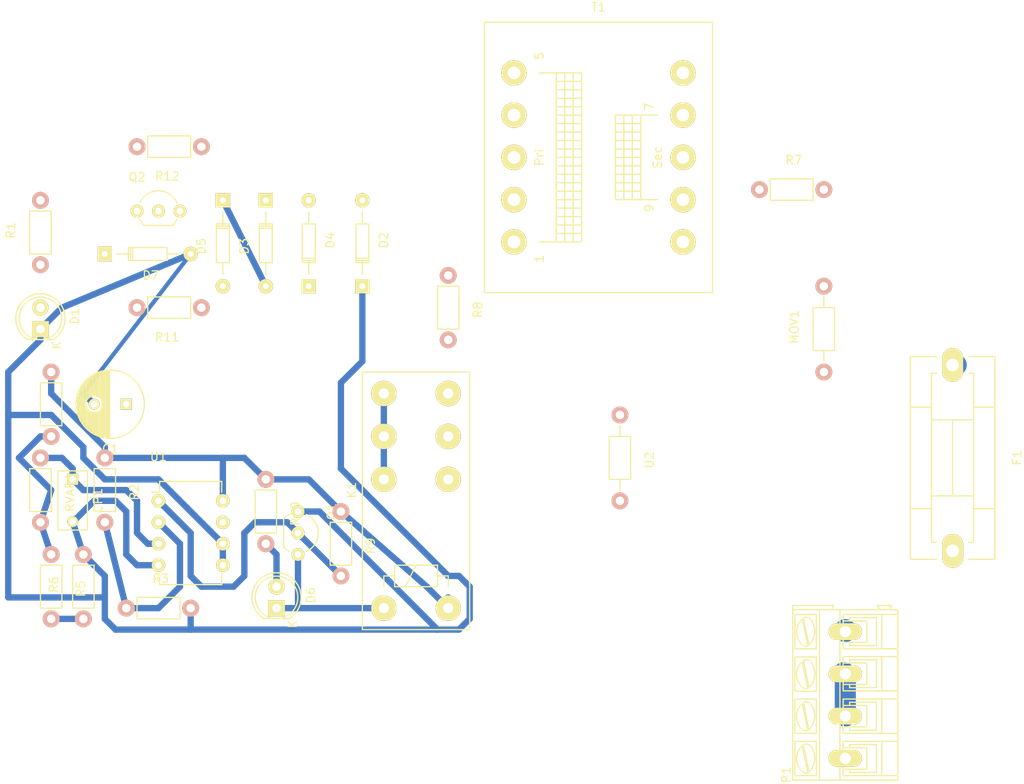
<source format=kicad_pcb>
(kicad_pcb (version 4) (host pcbnew 4.0.2+dfsg1-stable)

  (general
    (links 56)
    (no_connects 25)
    (area 108.708 17.395 233.915 114.21619)
    (thickness 1.6)
    (drawings 0)
    (tracks 110)
    (zones 0)
    (modules 31)
    (nets 24)
  )

  (page A4)
  (layers
    (0 F.Cu signal)
    (31 B.Cu signal)
    (32 B.Adhes user)
    (33 F.Adhes user)
    (34 B.Paste user)
    (35 F.Paste user)
    (36 B.SilkS user)
    (37 F.SilkS user)
    (38 B.Mask user)
    (39 F.Mask user)
    (40 Dwgs.User user)
    (41 Cmts.User user)
    (42 Eco1.User user)
    (43 Eco2.User user)
    (44 Edge.Cuts user)
    (45 Margin user)
    (46 B.CrtYd user)
    (47 F.CrtYd user)
    (48 B.Fab user)
    (49 F.Fab user)
  )

  (setup
    (last_trace_width 0.75)
    (trace_clearance 0.25)
    (zone_clearance 0.508)
    (zone_45_only no)
    (trace_min 0.2)
    (segment_width 0.2)
    (edge_width 0.15)
    (via_size 0.6)
    (via_drill 0.4)
    (via_min_size 0.4)
    (via_min_drill 0.3)
    (uvia_size 0.3)
    (uvia_drill 0.1)
    (uvias_allowed no)
    (uvia_min_size 0.2)
    (uvia_min_drill 0.1)
    (pcb_text_width 0.3)
    (pcb_text_size 1.5 1.5)
    (mod_edge_width 0.15)
    (mod_text_size 1 1)
    (mod_text_width 0.15)
    (pad_size 1.524 1.524)
    (pad_drill 0.762)
    (pad_to_mask_clearance 0.2)
    (aux_axis_origin 0 0)
    (visible_elements FFFFFFFF)
    (pcbplotparams
      (layerselection 0x00000_80000000)
      (usegerberextensions false)
      (excludeedgelayer true)
      (linewidth 0.100000)
      (plotframeref false)
      (viasonmask false)
      (mode 1)
      (useauxorigin false)
      (hpglpennumber 1)
      (hpglpenspeed 20)
      (hpglpendiameter 15)
      (hpglpenoverlay 2)
      (psnegative false)
      (psa4output false)
      (plotreference true)
      (plotvalue true)
      (plotinvisibletext false)
      (padsonsilk false)
      (subtractmaskfromsilk false)
      (outputformat 1)
      (mirror false)
      (drillshape 0)
      (scaleselection 1)
      (outputdirectory ""))
  )

  (net 0 "")
  (net 1 "Net-(C1-Pad1)")
  (net 2 GND)
  (net 3 AC-live-f)
  (net 4 "Net-(D2-Pad2)")
  (net 5 AC-live-out)
  (net 6 AC-neut)
  (net 7 "Net-(Q1-Pad2)")
  (net 8 "Net-(R4-Pad2)")
  (net 9 "Net-(K1-Pad22)")
  (net 10 AC-neut-low)
  (net 11 AC-live-f-low)
  (net 12 "Net-(F1-Pad2)")
  (net 13 "Net-(D6-Pad2)")
  (net 14 "Net-(D7-Pad1)")
  (net 15 "Net-(D1-Pad2)")
  (net 16 "Net-(D3-Pad2)")
  (net 17 "Net-(D6-Pad1)")
  (net 18 "Net-(K1-Pad11)")
  (net 19 "Net-(Q2-Pad1)")
  (net 20 "Net-(R2-Pad2)")
  (net 21 "Net-(R5-Pad2)")
  (net 22 "Net-(CP1-Pad1)")
  (net 23 +5V)

  (net_class Default "This is the default net class."
    (clearance 0.25)
    (trace_width 0.75)
    (via_dia 0.6)
    (via_drill 0.4)
    (uvia_dia 0.3)
    (uvia_drill 0.1)
    (add_net +5V)
    (add_net GND)
    (add_net "Net-(C1-Pad1)")
    (add_net "Net-(CP1-Pad1)")
    (add_net "Net-(D1-Pad2)")
    (add_net "Net-(D3-Pad2)")
    (add_net "Net-(D6-Pad1)")
    (add_net "Net-(D6-Pad2)")
    (add_net "Net-(D7-Pad1)")
    (add_net "Net-(K1-Pad11)")
    (add_net "Net-(Q1-Pad2)")
    (add_net "Net-(Q2-Pad1)")
    (add_net "Net-(R2-Pad2)")
    (add_net "Net-(R4-Pad2)")
    (add_net "Net-(R5-Pad2)")
  )

  (net_class high-voltage ""
    (clearance 2)
    (trace_width 0.75)
    (via_dia 0.6)
    (via_drill 0.4)
    (uvia_dia 0.3)
    (uvia_drill 0.1)
    (add_net AC-live-f-low)
    (add_net AC-neut-low)
    (add_net "Net-(D2-Pad2)")
  )

  (net_class power ""
    (clearance 2)
    (trace_width 2.5)
    (via_dia 0.6)
    (via_drill 0.4)
    (uvia_dia 0.3)
    (uvia_drill 0.1)
    (add_net AC-live-f)
    (add_net AC-live-out)
    (add_net AC-neut)
    (add_net "Net-(F1-Pad2)")
    (add_net "Net-(K1-Pad22)")
  )

  (module Connect:AK300-4 (layer F.Cu) (tedit 54791E04) (tstamp 57C1680C)
    (at 210.82 109.22 90)
    (descr CONNECTOR)
    (tags CONNECTOR)
    (path /57C3EB1A)
    (attr virtual)
    (fp_text reference P1 (at -1.945 -6.985 90) (layer F.SilkS)
      (effects (font (size 1 1) (thickness 0.15)))
    )
    (fp_text value CONN_01X04 (at 2.754 7.747 90) (layer F.Fab)
      (effects (font (size 1 1) (thickness 0.15)))
    )
    (fp_line (start 18.35 -6.473) (end 18.35 6.473) (layer F.CrtYd) (width 0.05))
    (fp_line (start -2.83 -6.473) (end -2.83 6.473) (layer F.CrtYd) (width 0.05))
    (fp_line (start -2.83 6.473) (end 18.35 6.473) (layer F.CrtYd) (width 0.05))
    (fp_line (start -2.83 -6.473) (end 18.35 -6.473) (layer F.CrtYd) (width 0.05))
    (fp_line (start 8.75 -0.254) (end 8.75 2.54) (layer F.SilkS) (width 0.15))
    (fp_line (start 8.75 2.54) (end 11.29 2.54) (layer F.SilkS) (width 0.15))
    (fp_line (start 11.29 2.54) (end 11.29 -0.254) (layer F.SilkS) (width 0.15))
    (fp_line (start 7.9372 -3.429) (end 7.9372 -5.969) (layer F.SilkS) (width 0.15))
    (fp_line (start 7.9372 -5.969) (end 12.0012 -5.969) (layer F.SilkS) (width 0.15))
    (fp_line (start 12.0012 -5.969) (end 12.0012 -3.429) (layer F.SilkS) (width 0.15))
    (fp_line (start 12.0012 -3.429) (end 7.9372 -3.429) (layer F.SilkS) (width 0.15))
    (fp_line (start 8.3436 -4.445) (end 11.3916 -5.08) (layer F.SilkS) (width 0.15))
    (fp_line (start 8.4706 -4.318) (end 11.5186 -4.953) (layer F.SilkS) (width 0.15))
    (fp_arc (start 10.9852 -4.59486) (end 11.49066 -5.05206) (angle 90.5) (layer F.SilkS) (width 0.15))
    (fp_arc (start 10.02 -6.0706) (end 11.48304 -4.11734) (angle 75.5) (layer F.SilkS) (width 0.15))
    (fp_arc (start 9.94126 -3.7084) (end 8.3436 -5.0038) (angle 100) (layer F.SilkS) (width 0.15))
    (fp_arc (start 8.8262 -4.64566) (end 8.53664 -4.1275) (angle 104.2) (layer F.SilkS) (width 0.15))
    (fp_line (start 7.988 4.318) (end 12.052 4.318) (layer F.SilkS) (width 0.15))
    (fp_line (start 12.052 6.223) (end 12.052 -0.254) (layer F.SilkS) (width 0.15))
    (fp_line (start 8.369 0.508) (end 8.75 0.508) (layer F.SilkS) (width 0.15))
    (fp_line (start 8.369 0.508) (end 8.369 3.683) (layer F.SilkS) (width 0.15))
    (fp_line (start 8.369 3.683) (end 11.671 3.683) (layer F.SilkS) (width 0.15))
    (fp_line (start 11.671 3.683) (end 11.671 0.508) (layer F.SilkS) (width 0.15))
    (fp_line (start 11.671 0.508) (end 11.29 0.508) (layer F.SilkS) (width 0.15))
    (fp_line (start 12.51 -0.635) (end 17.59 -0.635) (layer F.SilkS) (width 0.15))
    (fp_line (start 7.988 6.223) (end 7.988 -0.254) (layer F.SilkS) (width 0.15))
    (fp_line (start 7.988 -0.254) (end 12.052 -0.254) (layer F.SilkS) (width 0.15))
    (fp_line (start 16.955 6.223) (end 13.018 6.223) (layer F.SilkS) (width 0.15))
    (fp_line (start 13.168 6.223) (end 7.072 6.223) (layer F.SilkS) (width 0.15))
    (fp_line (start 17.59 -3.048) (end -2.58 -3.048) (layer F.SilkS) (width 0.15))
    (fp_line (start 17.74 -6.223) (end -2.58 -6.223) (layer F.SilkS) (width 0.15))
    (fp_line (start 12.66 -0.635) (end -2.5165 -0.635) (layer F.SilkS) (width 0.15))
    (fp_line (start 12.9545 4.0005) (end 12.9545 -0.254) (layer F.SilkS) (width 0.15))
    (fp_arc (start 13.8562 -4.64566) (end 13.56664 -4.1275) (angle 104.2) (layer F.SilkS) (width 0.15))
    (fp_arc (start 14.97126 -3.7084) (end 13.3736 -5.0038) (angle 100) (layer F.SilkS) (width 0.15))
    (fp_arc (start 15.05 -6.0706) (end 16.51304 -4.11734) (angle 75.5) (layer F.SilkS) (width 0.15))
    (fp_arc (start 16.0152 -4.59486) (end 16.52066 -5.05206) (angle 90.5) (layer F.SilkS) (width 0.15))
    (fp_line (start 13.3482 -0.254) (end 16.6502 -0.254) (layer F.SilkS) (width 0.15))
    (fp_line (start 12.9672 -0.254) (end 13.3482 -0.254) (layer F.SilkS) (width 0.15))
    (fp_line (start 17.0312 -0.254) (end 16.6502 -0.254) (layer F.SilkS) (width 0.15))
    (fp_line (start 13.5006 -4.318) (end 16.5486 -4.953) (layer F.SilkS) (width 0.15))
    (fp_line (start 13.3736 -4.445) (end 16.4216 -5.08) (layer F.SilkS) (width 0.15))
    (fp_line (start 17.0312 -3.429) (end 12.9672 -3.429) (layer F.SilkS) (width 0.15))
    (fp_line (start 17.0312 -5.969) (end 17.0312 -3.429) (layer F.SilkS) (width 0.15))
    (fp_line (start 12.9672 -5.969) (end 17.0312 -5.969) (layer F.SilkS) (width 0.15))
    (fp_line (start 12.9672 -3.429) (end 12.9672 -5.969) (layer F.SilkS) (width 0.15))
    (fp_line (start 17.59 -3.175) (end 17.59 -1.651) (layer F.SilkS) (width 0.15))
    (fp_line (start 17.59 -0.635) (end 17.59 4.064) (layer F.SilkS) (width 0.15))
    (fp_line (start 17.59 -1.651) (end 17.59 -0.635) (layer F.SilkS) (width 0.15))
    (fp_line (start 16.6502 0.508) (end 16.2692 0.508) (layer F.SilkS) (width 0.15))
    (fp_line (start 13.3482 0.508) (end 13.7292 0.508) (layer F.SilkS) (width 0.15))
    (fp_line (start 13.3482 3.683) (end 13.3482 0.508) (layer F.SilkS) (width 0.15))
    (fp_line (start 16.6502 3.683) (end 13.3482 3.683) (layer F.SilkS) (width 0.15))
    (fp_line (start 16.6502 3.683) (end 16.6502 0.508) (layer F.SilkS) (width 0.15))
    (fp_line (start 17.0312 4.318) (end 17.0312 6.223) (layer F.SilkS) (width 0.15))
    (fp_line (start 12.9672 4.318) (end 17.0312 4.318) (layer F.SilkS) (width 0.15))
    (fp_line (start 17.0312 6.223) (end 17.59 6.223) (layer F.SilkS) (width 0.15))
    (fp_line (start 17.0312 -0.254) (end 17.0312 4.318) (layer F.SilkS) (width 0.15))
    (fp_line (start 12.9672 6.223) (end 12.9672 4.318) (layer F.SilkS) (width 0.15))
    (fp_line (start 18.098 3.81) (end 18.098 5.461) (layer F.SilkS) (width 0.15))
    (fp_line (start 17.59 4.064) (end 17.59 5.207) (layer F.SilkS) (width 0.15))
    (fp_line (start 18.098 3.81) (end 17.59 4.064) (layer F.SilkS) (width 0.15))
    (fp_line (start 17.59 5.207) (end 17.59 6.223) (layer F.SilkS) (width 0.15))
    (fp_line (start 18.098 5.461) (end 17.59 5.207) (layer F.SilkS) (width 0.15))
    (fp_line (start 18.098 -1.397) (end 17.59 -1.651) (layer F.SilkS) (width 0.15))
    (fp_line (start 18.098 -6.223) (end 18.098 -1.397) (layer F.SilkS) (width 0.15))
    (fp_line (start 17.59 -6.223) (end 18.098 -6.223) (layer F.SilkS) (width 0.15))
    (fp_line (start 17.59 -6.223) (end 17.59 -3.175) (layer F.SilkS) (width 0.15))
    (fp_line (start 13.7292 2.54) (end 13.7292 -0.254) (layer F.SilkS) (width 0.15))
    (fp_line (start 13.7292 -0.254) (end 16.2692 -0.254) (layer F.SilkS) (width 0.15))
    (fp_line (start 16.2692 2.54) (end 16.2692 -0.254) (layer F.SilkS) (width 0.15))
    (fp_line (start 13.7292 2.54) (end 16.2692 2.54) (layer F.SilkS) (width 0.15))
    (fp_line (start -1.2846 2.54) (end 1.2554 2.54) (layer F.SilkS) (width 0.15))
    (fp_line (start 1.2554 2.54) (end 1.2554 -0.254) (layer F.SilkS) (width 0.15))
    (fp_line (start -1.2846 -0.254) (end 1.2554 -0.254) (layer F.SilkS) (width 0.15))
    (fp_line (start -1.2846 2.54) (end -1.2846 -0.254) (layer F.SilkS) (width 0.15))
    (fp_line (start 3.7192 2.54) (end 6.2592 2.54) (layer F.SilkS) (width 0.15))
    (fp_line (start 6.2592 2.54) (end 6.2592 -0.254) (layer F.SilkS) (width 0.15))
    (fp_line (start 3.7192 -0.254) (end 6.2592 -0.254) (layer F.SilkS) (width 0.15))
    (fp_line (start 3.7192 2.54) (end 3.7192 -0.254) (layer F.SilkS) (width 0.15))
    (fp_line (start 12.9545 5.207) (end 12.9545 6.223) (layer F.SilkS) (width 0.15))
    (fp_line (start 12.9545 4.064) (end 12.9545 5.207) (layer F.SilkS) (width 0.15))
    (fp_line (start 2.9572 6.223) (end 2.9572 4.318) (layer F.SilkS) (width 0.15))
    (fp_line (start 7.0212 -0.254) (end 7.0212 4.318) (layer F.SilkS) (width 0.15))
    (fp_line (start 2.9572 6.223) (end 7.0212 6.223) (layer F.SilkS) (width 0.15))
    (fp_line (start 2.0174 6.223) (end 2.0174 4.318) (layer F.SilkS) (width 0.15))
    (fp_line (start 2.0174 6.223) (end 2.9572 6.223) (layer F.SilkS) (width 0.15))
    (fp_line (start -2.0466 -0.254) (end -2.0466 4.318) (layer F.SilkS) (width 0.15))
    (fp_line (start -2.58 6.223) (end -2.0466 6.223) (layer F.SilkS) (width 0.15))
    (fp_line (start -2.0466 6.223) (end 2.0174 6.223) (layer F.SilkS) (width 0.15))
    (fp_line (start 2.9572 4.318) (end 7.0212 4.318) (layer F.SilkS) (width 0.15))
    (fp_line (start 2.9572 4.318) (end 2.9572 -0.254) (layer F.SilkS) (width 0.15))
    (fp_line (start 7.0212 4.318) (end 7.0212 6.223) (layer F.SilkS) (width 0.15))
    (fp_line (start 2.0174 4.318) (end -2.0466 4.318) (layer F.SilkS) (width 0.15))
    (fp_line (start 2.0174 4.318) (end 2.0174 -0.254) (layer F.SilkS) (width 0.15))
    (fp_line (start -2.0466 4.318) (end -2.0466 6.223) (layer F.SilkS) (width 0.15))
    (fp_line (start 6.6402 3.683) (end 6.6402 0.508) (layer F.SilkS) (width 0.15))
    (fp_line (start 6.6402 3.683) (end 3.3382 3.683) (layer F.SilkS) (width 0.15))
    (fp_line (start 3.3382 3.683) (end 3.3382 0.508) (layer F.SilkS) (width 0.15))
    (fp_line (start 1.6364 3.683) (end 1.6364 0.508) (layer F.SilkS) (width 0.15))
    (fp_line (start 1.6364 3.683) (end -1.6656 3.683) (layer F.SilkS) (width 0.15))
    (fp_line (start -1.6656 3.683) (end -1.6656 0.508) (layer F.SilkS) (width 0.15))
    (fp_line (start -1.6656 0.508) (end -1.2846 0.508) (layer F.SilkS) (width 0.15))
    (fp_line (start 1.6364 0.508) (end 1.2554 0.508) (layer F.SilkS) (width 0.15))
    (fp_line (start 3.3382 0.508) (end 3.7192 0.508) (layer F.SilkS) (width 0.15))
    (fp_line (start 6.6402 0.508) (end 6.2592 0.508) (layer F.SilkS) (width 0.15))
    (fp_line (start -2.58 6.223) (end -2.58 -0.635) (layer F.SilkS) (width 0.15))
    (fp_line (start -2.58 -0.635) (end -2.58 -3.175) (layer F.SilkS) (width 0.15))
    (fp_line (start -2.58 -3.175) (end -2.58 -6.223) (layer F.SilkS) (width 0.15))
    (fp_line (start 2.9572 -3.429) (end 2.9572 -5.969) (layer F.SilkS) (width 0.15))
    (fp_line (start 2.9572 -5.969) (end 7.0212 -5.969) (layer F.SilkS) (width 0.15))
    (fp_line (start 7.0212 -5.969) (end 7.0212 -3.429) (layer F.SilkS) (width 0.15))
    (fp_line (start 7.0212 -3.429) (end 2.9572 -3.429) (layer F.SilkS) (width 0.15))
    (fp_line (start 2.0174 -3.429) (end 2.0174 -5.969) (layer F.SilkS) (width 0.15))
    (fp_line (start 2.0174 -3.429) (end -2.0466 -3.429) (layer F.SilkS) (width 0.15))
    (fp_line (start -2.0466 -3.429) (end -2.0466 -5.969) (layer F.SilkS) (width 0.15))
    (fp_line (start 2.0174 -5.969) (end -2.0466 -5.969) (layer F.SilkS) (width 0.15))
    (fp_line (start 3.3636 -4.445) (end 6.4116 -5.08) (layer F.SilkS) (width 0.15))
    (fp_line (start 3.4906 -4.318) (end 6.5386 -4.953) (layer F.SilkS) (width 0.15))
    (fp_line (start -1.6402 -4.445) (end 1.41034 -5.08) (layer F.SilkS) (width 0.15))
    (fp_line (start -1.5132 -4.318) (end 1.5348 -4.953) (layer F.SilkS) (width 0.15))
    (fp_line (start -2.0466 -0.254) (end -1.6656 -0.254) (layer F.SilkS) (width 0.15))
    (fp_line (start 2.0174 -0.254) (end 1.6364 -0.254) (layer F.SilkS) (width 0.15))
    (fp_line (start 1.6364 -0.254) (end -1.6656 -0.254) (layer F.SilkS) (width 0.15))
    (fp_line (start 7.0212 -0.254) (end 6.6402 -0.254) (layer F.SilkS) (width 0.15))
    (fp_line (start 2.9572 -0.254) (end 3.3382 -0.254) (layer F.SilkS) (width 0.15))
    (fp_line (start 3.3382 -0.254) (end 6.6402 -0.254) (layer F.SilkS) (width 0.15))
    (fp_arc (start 6.0052 -4.59486) (end 6.51066 -5.05206) (angle 90.5) (layer F.SilkS) (width 0.15))
    (fp_arc (start 5.04 -6.0706) (end 6.50304 -4.11734) (angle 75.5) (layer F.SilkS) (width 0.15))
    (fp_arc (start 4.96126 -3.7084) (end 3.3636 -5.0038) (angle 100) (layer F.SilkS) (width 0.15))
    (fp_arc (start 3.8462 -4.64566) (end 3.55664 -4.1275) (angle 104.2) (layer F.SilkS) (width 0.15))
    (fp_arc (start 1.0014 -4.59486) (end 1.5094 -5.05206) (angle 90.5) (layer F.SilkS) (width 0.15))
    (fp_arc (start 0.03874 -6.0706) (end 1.50178 -4.11734) (angle 75.5) (layer F.SilkS) (width 0.15))
    (fp_arc (start -0.03746 -3.7084) (end -1.6402 -5.0038) (angle 100) (layer F.SilkS) (width 0.15))
    (fp_arc (start -1.1576 -4.64566) (end -1.44462 -4.1275) (angle 104.2) (layer F.SilkS) (width 0.15))
    (pad 1 thru_hole oval (at 0 0 90) (size 1.9812 3.9624) (drill 1.3208) (layers *.Cu F.Paste F.SilkS F.Mask)
      (net 5 AC-live-out))
    (pad 2 thru_hole oval (at 5 0 90) (size 1.9812 3.9624) (drill 1.3208) (layers *.Cu F.Paste F.SilkS F.Mask)
      (net 6 AC-neut))
    (pad 4 thru_hole oval (at 15 0 90) (size 1.9812 3.9624) (drill 1.3208) (layers *.Cu F.Paste F.SilkS F.Mask)
      (net 12 "Net-(F1-Pad2)"))
    (pad 3 thru_hole oval (at 10 0 90) (size 1.9812 3.9624) (drill 1.3208) (layers *.Cu *.Mask F.SilkS)
      (net 6 AC-neut))
  )

  (module Diodes_ThroughHole:Diode_DO-35_SOD27_Horizontal_RM10 (layer F.Cu) (tedit 552FFC30) (tstamp 57C0F64C)
    (at 153.67 53.34 90)
    (descr "Diode, DO-35,  SOD27, Horizontal, RM 10mm")
    (tags "Diode, DO-35, SOD27, Horizontal, RM 10mm, 1N4148,")
    (path /57C0C128)
    (fp_text reference D2 (at 5.43052 2.53746 90) (layer F.SilkS)
      (effects (font (size 1 1) (thickness 0.15)))
    )
    (fp_text value D (at 4.41452 -3.55854 90) (layer F.Fab)
      (effects (font (size 1 1) (thickness 0.15)))
    )
    (fp_line (start 7.36652 -0.00254) (end 8.76352 -0.00254) (layer F.SilkS) (width 0.15))
    (fp_line (start 2.92152 -0.00254) (end 1.39752 -0.00254) (layer F.SilkS) (width 0.15))
    (fp_line (start 3.30252 -0.76454) (end 3.30252 0.75946) (layer F.SilkS) (width 0.15))
    (fp_line (start 3.04852 -0.76454) (end 3.04852 0.75946) (layer F.SilkS) (width 0.15))
    (fp_line (start 2.79452 -0.00254) (end 2.79452 0.75946) (layer F.SilkS) (width 0.15))
    (fp_line (start 2.79452 0.75946) (end 7.36652 0.75946) (layer F.SilkS) (width 0.15))
    (fp_line (start 7.36652 0.75946) (end 7.36652 -0.76454) (layer F.SilkS) (width 0.15))
    (fp_line (start 7.36652 -0.76454) (end 2.79452 -0.76454) (layer F.SilkS) (width 0.15))
    (fp_line (start 2.79452 -0.76454) (end 2.79452 -0.00254) (layer F.SilkS) (width 0.15))
    (pad 2 thru_hole circle (at 10.16052 -0.00254 270) (size 1.69926 1.69926) (drill 0.70104) (layers *.Cu *.Mask F.SilkS)
      (net 4 "Net-(D2-Pad2)"))
    (pad 1 thru_hole rect (at 0.00052 -0.00254 270) (size 1.69926 1.69926) (drill 0.70104) (layers *.Cu *.Mask F.SilkS)
      (net 2 GND))
    (model Diodes_ThroughHole.3dshapes/Diode_DO-35_SOD27_Horizontal_RM10.wrl
      (at (xyz 0.2 0 0))
      (scale (xyz 0.4 0.4 0.4))
      (rotate (xyz 0 0 180))
    )
  )

  (module Diodes_ThroughHole:Diode_DO-35_SOD27_Horizontal_RM10 (layer F.Cu) (tedit 552FFC30) (tstamp 57C0F652)
    (at 142.24 43.18 270)
    (descr "Diode, DO-35,  SOD27, Horizontal, RM 10mm")
    (tags "Diode, DO-35, SOD27, Horizontal, RM 10mm, 1N4148,")
    (path /57C0C23E)
    (fp_text reference D3 (at 5.43052 2.53746 270) (layer F.SilkS)
      (effects (font (size 1 1) (thickness 0.15)))
    )
    (fp_text value D (at 4.41452 -3.55854 270) (layer F.Fab)
      (effects (font (size 1 1) (thickness 0.15)))
    )
    (fp_line (start 7.36652 -0.00254) (end 8.76352 -0.00254) (layer F.SilkS) (width 0.15))
    (fp_line (start 2.92152 -0.00254) (end 1.39752 -0.00254) (layer F.SilkS) (width 0.15))
    (fp_line (start 3.30252 -0.76454) (end 3.30252 0.75946) (layer F.SilkS) (width 0.15))
    (fp_line (start 3.04852 -0.76454) (end 3.04852 0.75946) (layer F.SilkS) (width 0.15))
    (fp_line (start 2.79452 -0.00254) (end 2.79452 0.75946) (layer F.SilkS) (width 0.15))
    (fp_line (start 2.79452 0.75946) (end 7.36652 0.75946) (layer F.SilkS) (width 0.15))
    (fp_line (start 7.36652 0.75946) (end 7.36652 -0.76454) (layer F.SilkS) (width 0.15))
    (fp_line (start 7.36652 -0.76454) (end 2.79452 -0.76454) (layer F.SilkS) (width 0.15))
    (fp_line (start 2.79452 -0.76454) (end 2.79452 -0.00254) (layer F.SilkS) (width 0.15))
    (pad 2 thru_hole circle (at 10.16052 -0.00254 90) (size 1.69926 1.69926) (drill 0.70104) (layers *.Cu *.Mask F.SilkS)
      (net 16 "Net-(D3-Pad2)"))
    (pad 1 thru_hole rect (at 0.00052 -0.00254 90) (size 1.69926 1.69926) (drill 0.70104) (layers *.Cu *.Mask F.SilkS)
      (net 2 GND))
    (model Diodes_ThroughHole.3dshapes/Diode_DO-35_SOD27_Horizontal_RM10.wrl
      (at (xyz 0.2 0 0))
      (scale (xyz 0.4 0.4 0.4))
      (rotate (xyz 0 0 180))
    )
  )

  (module Diodes_ThroughHole:Diode_DO-35_SOD27_Horizontal_RM10 (layer F.Cu) (tedit 57C10CA9) (tstamp 57C0F658)
    (at 147.32 53.34 90)
    (descr "Diode, DO-35,  SOD27, Horizontal, RM 10mm")
    (tags "Diode, DO-35, SOD27, Horizontal, RM 10mm, 1N4148,")
    (path /57C0C217)
    (fp_text reference D4 (at 5.43052 2.53746 90) (layer F.SilkS)
      (effects (font (size 1 1) (thickness 0.15)))
    )
    (fp_text value D (at 4.41452 -3.55854 270) (layer F.Fab)
      (effects (font (size 1 1) (thickness 0.15)))
    )
    (fp_line (start 7.36652 -0.00254) (end 8.76352 -0.00254) (layer F.SilkS) (width 0.15))
    (fp_line (start 2.92152 -0.00254) (end 1.39752 -0.00254) (layer F.SilkS) (width 0.15))
    (fp_line (start 3.30252 -0.76454) (end 3.30252 0.75946) (layer F.SilkS) (width 0.15))
    (fp_line (start 3.04852 -0.76454) (end 3.04852 0.75946) (layer F.SilkS) (width 0.15))
    (fp_line (start 2.79452 -0.00254) (end 2.79452 0.75946) (layer F.SilkS) (width 0.15))
    (fp_line (start 2.79452 0.75946) (end 7.36652 0.75946) (layer F.SilkS) (width 0.15))
    (fp_line (start 7.36652 0.75946) (end 7.36652 -0.76454) (layer F.SilkS) (width 0.15))
    (fp_line (start 7.36652 -0.76454) (end 2.79452 -0.76454) (layer F.SilkS) (width 0.15))
    (fp_line (start 2.79452 -0.76454) (end 2.79452 -0.00254) (layer F.SilkS) (width 0.15))
    (pad 2 thru_hole circle (at 10.16052 -0.00254 270) (size 1.69926 1.69926) (drill 0.70104) (layers *.Cu *.Mask F.SilkS)
      (net 1 "Net-(C1-Pad1)"))
    (pad 1 thru_hole rect (at 0.00052 -0.00254 270) (size 1.69926 1.69926) (drill 0.70104) (layers *.Cu *.Mask F.SilkS)
      (net 4 "Net-(D2-Pad2)"))
    (model Diodes_ThroughHole.3dshapes/Diode_DO-35_SOD27_Horizontal_RM10.wrl
      (at (xyz 0.2 0 0))
      (scale (xyz 0.4 0.4 0.4))
      (rotate (xyz 0 0 180))
    )
  )

  (module Diodes_ThroughHole:Diode_DO-35_SOD27_Horizontal_RM10 (layer F.Cu) (tedit 552FFC30) (tstamp 57C0F65E)
    (at 137.16 43.18 270)
    (descr "Diode, DO-35,  SOD27, Horizontal, RM 10mm")
    (tags "Diode, DO-35, SOD27, Horizontal, RM 10mm, 1N4148,")
    (path /57C0C26B)
    (fp_text reference D5 (at 5.43052 2.53746 270) (layer F.SilkS)
      (effects (font (size 1 1) (thickness 0.15)))
    )
    (fp_text value D (at 4.41452 -3.55854 270) (layer F.Fab)
      (effects (font (size 1 1) (thickness 0.15)))
    )
    (fp_line (start 7.36652 -0.00254) (end 8.76352 -0.00254) (layer F.SilkS) (width 0.15))
    (fp_line (start 2.92152 -0.00254) (end 1.39752 -0.00254) (layer F.SilkS) (width 0.15))
    (fp_line (start 3.30252 -0.76454) (end 3.30252 0.75946) (layer F.SilkS) (width 0.15))
    (fp_line (start 3.04852 -0.76454) (end 3.04852 0.75946) (layer F.SilkS) (width 0.15))
    (fp_line (start 2.79452 -0.00254) (end 2.79452 0.75946) (layer F.SilkS) (width 0.15))
    (fp_line (start 2.79452 0.75946) (end 7.36652 0.75946) (layer F.SilkS) (width 0.15))
    (fp_line (start 7.36652 0.75946) (end 7.36652 -0.76454) (layer F.SilkS) (width 0.15))
    (fp_line (start 7.36652 -0.76454) (end 2.79452 -0.76454) (layer F.SilkS) (width 0.15))
    (fp_line (start 2.79452 -0.76454) (end 2.79452 -0.00254) (layer F.SilkS) (width 0.15))
    (pad 2 thru_hole circle (at 10.16052 -0.00254 90) (size 1.69926 1.69926) (drill 0.70104) (layers *.Cu *.Mask F.SilkS)
      (net 1 "Net-(C1-Pad1)"))
    (pad 1 thru_hole rect (at 0.00052 -0.00254 90) (size 1.69926 1.69926) (drill 0.70104) (layers *.Cu *.Mask F.SilkS)
      (net 16 "Net-(D3-Pad2)"))
    (model Diodes_ThroughHole.3dshapes/Diode_DO-35_SOD27_Horizontal_RM10.wrl
      (at (xyz 0.2 0 0))
      (scale (xyz 0.4 0.4 0.4))
      (rotate (xyz 0 0 180))
    )
  )

  (module Fuse_Holders_and_Fuses:Fuseholder5x20_horiz_SemiClosed_Casing10x25mm (layer F.Cu) (tedit 0) (tstamp 57C0F664)
    (at 223.52 73.66 270)
    (descr "Fuseholder, 5x20, Semi closed, horizontal, Casing 10x25mm,")
    (tags "Fuseholder, 5x20, Semi closed, horizontal, Casing 10x25mm, Sicherungshalter, halbgeschlossen,")
    (path /57C0C016)
    (fp_text reference F1 (at 0 -7.62 270) (layer F.SilkS)
      (effects (font (size 1 1) (thickness 0.15)))
    )
    (fp_text value FUSE (at 1.27 7.62 270) (layer F.Fab)
      (effects (font (size 1 1) (thickness 0.15)))
    )
    (fp_line (start -5.99948 -2.49936) (end -5.99948 -5.00126) (layer F.SilkS) (width 0.15))
    (fp_line (start -5.99948 5.00126) (end -5.99948 2.49936) (layer F.SilkS) (width 0.15))
    (fp_line (start 5.99948 5.00126) (end 5.99948 2.49936) (layer F.SilkS) (width 0.15))
    (fp_line (start 5.99948 -5.00126) (end 5.99948 -2.49936) (layer F.SilkS) (width 0.15))
    (fp_line (start -4.50088 0) (end 4.50088 0) (layer F.SilkS) (width 0.15))
    (fp_line (start -4.50088 -2.49936) (end -4.50088 2.49936) (layer F.SilkS) (width 0.15))
    (fp_line (start 4.50088 -2.49936) (end 4.50088 2.49936) (layer F.SilkS) (width 0.15))
    (fp_line (start 9.99998 -1.89992) (end 9.99998 -2.49936) (layer F.SilkS) (width 0.15))
    (fp_line (start -9.99998 1.89992) (end -9.99998 2.49936) (layer F.SilkS) (width 0.15))
    (fp_line (start -9.99998 2.49936) (end 9.99998 2.49936) (layer F.SilkS) (width 0.15))
    (fp_line (start 9.99998 2.49936) (end 9.99998 1.89992) (layer F.SilkS) (width 0.15))
    (fp_line (start 9.99998 -2.49936) (end -9.99998 -2.49936) (layer F.SilkS) (width 0.15))
    (fp_line (start -9.99998 -2.49936) (end -9.99998 -1.89992) (layer F.SilkS) (width 0.15))
    (fp_line (start 11.99896 -1.89992) (end 11.99896 -5.00126) (layer F.SilkS) (width 0.15))
    (fp_line (start -11.99896 1.89992) (end -11.99896 5.00126) (layer F.SilkS) (width 0.15))
    (fp_line (start -11.99896 5.00126) (end 11.99896 5.00126) (layer F.SilkS) (width 0.15))
    (fp_line (start 11.99896 5.00126) (end 11.99896 1.89992) (layer F.SilkS) (width 0.15))
    (fp_line (start 11.99896 -5.00126) (end -11.99896 -5.00126) (layer F.SilkS) (width 0.15))
    (fp_line (start -11.99896 -5.00126) (end -11.99896 -1.89992) (layer F.SilkS) (width 0.15))
    (pad 2 thru_hole oval (at 11.00074 0 180) (size 2.49936 4.0005) (drill 1.50114) (layers *.Cu *.Mask F.SilkS)
      (net 12 "Net-(F1-Pad2)"))
    (pad 1 thru_hole oval (at -11.00074 0 180) (size 2.49936 4.0005) (drill 1.50114) (layers *.Cu *.Mask F.SilkS)
      (net 3 AC-live-f))
  )

  (module Relays_ThroughHole:Relay_DPDT_Schrack-RT2_RM5mm (layer F.Cu) (tedit 54C873D3) (tstamp 57C0F670)
    (at 163.83 91.44 90)
    (descr "Relay, DPST, Schrack-RT2, RM5mm,")
    (tags "Relay, DPST,  Schrack-RT1, RM5mm, Reais, 2 x um,")
    (path /57C3B514)
    (fp_text reference K1 (at 13.97 -11.43 90) (layer F.SilkS)
      (effects (font (size 1 1) (thickness 0.15)))
    )
    (fp_text value RELAY_2RT (at 12.7 5.08 90) (layer F.Fab)
      (effects (font (size 1 1) (thickness 0.15)))
    )
    (fp_line (start 2.54 -5.08) (end 5.08 -3.81) (layer F.SilkS) (width 0.15))
    (fp_line (start 3.81 -1.27) (end 3.81 0) (layer F.SilkS) (width 0.15))
    (fp_line (start 3.81 0) (end 2.54 0) (layer F.SilkS) (width 0.15))
    (fp_line (start 2.54 -7.62) (end 3.81 -7.62) (layer F.SilkS) (width 0.15))
    (fp_line (start 3.81 -7.62) (end 3.81 -6.35) (layer F.SilkS) (width 0.15))
    (fp_line (start 3.81 -6.35) (end 5.08 -6.35) (layer F.SilkS) (width 0.15))
    (fp_line (start 5.08 -6.35) (end 5.08 -1.27) (layer F.SilkS) (width 0.15))
    (fp_line (start 5.08 -1.27) (end 2.54 -1.27) (layer F.SilkS) (width 0.15))
    (fp_line (start 2.54 -1.27) (end 2.54 -6.35) (layer F.SilkS) (width 0.15))
    (fp_line (start 2.54 -6.35) (end 3.81 -6.35) (layer F.SilkS) (width 0.15))
    (fp_line (start -2.54 -10.16) (end 27.94 -10.16) (layer F.SilkS) (width 0.15))
    (fp_line (start 27.94 -10.16) (end 27.94 2.54) (layer F.SilkS) (width 0.15))
    (fp_line (start 27.94 2.54) (end -2.54 2.54) (layer F.SilkS) (width 0.15))
    (fp_line (start -2.54 2.54) (end -2.54 -10.16) (layer F.SilkS) (width 0.15))
    (pad A1 thru_hole circle (at 0 -7.62 90) (size 2.99974 2.99974) (drill 1.19888) (layers *.Cu *.Mask F.SilkS)
      (net 17 "Net-(D6-Pad1)"))
    (pad A2 thru_hole circle (at 0 0 90) (size 2.99974 2.99974) (drill 1.19888) (layers *.Cu *.Mask F.SilkS)
      (net 23 +5V))
    (pad 22 thru_hole circle (at 15.24 0 90) (size 2.99974 2.99974) (drill 1.19888) (layers *.Cu *.Mask F.SilkS)
      (net 9 "Net-(K1-Pad22)"))
    (pad 21 thru_hole circle (at 20.32 0 90) (size 2.99974 2.99974) (drill 1.19888) (layers *.Cu *.Mask F.SilkS)
      (net 5 AC-live-out))
    (pad 24 thru_hole circle (at 25.4 0 90) (size 2.99974 2.99974) (drill 1.19888) (layers *.Cu *.Mask F.SilkS)
      (net 3 AC-live-f))
    (pad 12 thru_hole circle (at 15.24 -7.62 90) (size 2.99974 2.99974) (drill 1.19888) (layers *.Cu *.Mask F.SilkS)
      (net 18 "Net-(K1-Pad11)"))
    (pad 11 thru_hole circle (at 20.32 -7.62 90) (size 2.99974 2.99974) (drill 1.19888) (layers *.Cu *.Mask F.SilkS)
      (net 18 "Net-(K1-Pad11)"))
    (pad 14 thru_hole circle (at 25.4 -7.62 90) (size 2.99974 2.99974) (drill 1.19888) (layers *.Cu *.Mask F.SilkS)
      (net 18 "Net-(K1-Pad11)"))
  )

  (module Resistors_ThroughHole:Resistor_Horizontal_RM7mm (layer F.Cu) (tedit 569FCF07) (tstamp 57C0F68E)
    (at 115.57 50.8 90)
    (descr "Resistor, Axial,  RM 7.62mm, 1/3W,")
    (tags "Resistor Axial RM 7.62mm 1/3W R3")
    (path /57C521F5)
    (fp_text reference R1 (at 4.05892 -3.50012 90) (layer F.SilkS)
      (effects (font (size 1 1) (thickness 0.15)))
    )
    (fp_text value 140 (at 3.81 3.81 90) (layer F.Fab)
      (effects (font (size 1 1) (thickness 0.15)))
    )
    (fp_line (start -1.25 -1.5) (end 8.85 -1.5) (layer F.CrtYd) (width 0.05))
    (fp_line (start -1.25 1.5) (end -1.25 -1.5) (layer F.CrtYd) (width 0.05))
    (fp_line (start 8.85 -1.5) (end 8.85 1.5) (layer F.CrtYd) (width 0.05))
    (fp_line (start -1.25 1.5) (end 8.85 1.5) (layer F.CrtYd) (width 0.05))
    (fp_line (start 1.27 -1.27) (end 6.35 -1.27) (layer F.SilkS) (width 0.15))
    (fp_line (start 6.35 -1.27) (end 6.35 1.27) (layer F.SilkS) (width 0.15))
    (fp_line (start 6.35 1.27) (end 1.27 1.27) (layer F.SilkS) (width 0.15))
    (fp_line (start 1.27 1.27) (end 1.27 -1.27) (layer F.SilkS) (width 0.15))
    (pad 1 thru_hole circle (at 0 0 90) (size 1.99898 1.99898) (drill 1.00076) (layers *.Cu *.SilkS *.Mask)
      (net 23 +5V))
    (pad 2 thru_hole circle (at 7.62 0 90) (size 1.99898 1.99898) (drill 1.00076) (layers *.Cu *.SilkS *.Mask)
      (net 15 "Net-(D1-Pad2)"))
  )

  (module Resistors_ThroughHole:Resistor_Horizontal_RM7mm (layer F.Cu) (tedit 569FCF07) (tstamp 57C0F694)
    (at 123.19 73.66 270)
    (descr "Resistor, Axial,  RM 7.62mm, 1/3W,")
    (tags "Resistor Axial RM 7.62mm 1/3W R3")
    (path /57CB72EE)
    (fp_text reference R2 (at 4.05892 -3.50012 270) (layer F.SilkS)
      (effects (font (size 1 1) (thickness 0.15)))
    )
    (fp_text value 100k (at 3.81 3.81 270) (layer F.Fab)
      (effects (font (size 1 1) (thickness 0.15)))
    )
    (fp_line (start -1.25 -1.5) (end 8.85 -1.5) (layer F.CrtYd) (width 0.05))
    (fp_line (start -1.25 1.5) (end -1.25 -1.5) (layer F.CrtYd) (width 0.05))
    (fp_line (start 8.85 -1.5) (end 8.85 1.5) (layer F.CrtYd) (width 0.05))
    (fp_line (start -1.25 1.5) (end 8.85 1.5) (layer F.CrtYd) (width 0.05))
    (fp_line (start 1.27 -1.27) (end 6.35 -1.27) (layer F.SilkS) (width 0.15))
    (fp_line (start 6.35 -1.27) (end 6.35 1.27) (layer F.SilkS) (width 0.15))
    (fp_line (start 6.35 1.27) (end 1.27 1.27) (layer F.SilkS) (width 0.15))
    (fp_line (start 1.27 1.27) (end 1.27 -1.27) (layer F.SilkS) (width 0.15))
    (pad 1 thru_hole circle (at 0 0 270) (size 1.99898 1.99898) (drill 1.00076) (layers *.Cu *.SilkS *.Mask)
      (net 23 +5V))
    (pad 2 thru_hole circle (at 7.62 0 270) (size 1.99898 1.99898) (drill 1.00076) (layers *.Cu *.SilkS *.Mask)
      (net 20 "Net-(R2-Pad2)"))
  )

  (module Resistors_ThroughHole:Resistor_Horizontal_RM7mm (layer F.Cu) (tedit 569FCF07) (tstamp 57C0F69A)
    (at 125.73 91.44)
    (descr "Resistor, Axial,  RM 7.62mm, 1/3W,")
    (tags "Resistor Axial RM 7.62mm 1/3W R3")
    (path /57CB739A)
    (fp_text reference R3 (at 4.05892 -3.50012) (layer F.SilkS)
      (effects (font (size 1 1) (thickness 0.15)))
    )
    (fp_text value 100k (at 3.81 3.81) (layer F.Fab)
      (effects (font (size 1 1) (thickness 0.15)))
    )
    (fp_line (start -1.25 -1.5) (end 8.85 -1.5) (layer F.CrtYd) (width 0.05))
    (fp_line (start -1.25 1.5) (end -1.25 -1.5) (layer F.CrtYd) (width 0.05))
    (fp_line (start 8.85 -1.5) (end 8.85 1.5) (layer F.CrtYd) (width 0.05))
    (fp_line (start -1.25 1.5) (end 8.85 1.5) (layer F.CrtYd) (width 0.05))
    (fp_line (start 1.27 -1.27) (end 6.35 -1.27) (layer F.SilkS) (width 0.15))
    (fp_line (start 6.35 -1.27) (end 6.35 1.27) (layer F.SilkS) (width 0.15))
    (fp_line (start 6.35 1.27) (end 1.27 1.27) (layer F.SilkS) (width 0.15))
    (fp_line (start 1.27 1.27) (end 1.27 -1.27) (layer F.SilkS) (width 0.15))
    (pad 1 thru_hole circle (at 0 0) (size 1.99898 1.99898) (drill 1.00076) (layers *.Cu *.SilkS *.Mask)
      (net 20 "Net-(R2-Pad2)"))
    (pad 2 thru_hole circle (at 7.62 0) (size 1.99898 1.99898) (drill 1.00076) (layers *.Cu *.SilkS *.Mask)
      (net 2 GND))
  )

  (module Resistors_ThroughHole:Resistor_Horizontal_RM7mm (layer F.Cu) (tedit 569FCF07) (tstamp 57C0F6A0)
    (at 116.84 63.5 270)
    (descr "Resistor, Axial,  RM 7.62mm, 1/3W,")
    (tags "Resistor Axial RM 7.62mm 1/3W R3")
    (path /57CB9401)
    (fp_text reference R4 (at 4.05892 -3.50012 270) (layer F.SilkS)
      (effects (font (size 1 1) (thickness 0.15)))
    )
    (fp_text value 100k (at 3.81 3.81 270) (layer F.Fab)
      (effects (font (size 1 1) (thickness 0.15)))
    )
    (fp_line (start -1.25 -1.5) (end 8.85 -1.5) (layer F.CrtYd) (width 0.05))
    (fp_line (start -1.25 1.5) (end -1.25 -1.5) (layer F.CrtYd) (width 0.05))
    (fp_line (start 8.85 -1.5) (end 8.85 1.5) (layer F.CrtYd) (width 0.05))
    (fp_line (start -1.25 1.5) (end 8.85 1.5) (layer F.CrtYd) (width 0.05))
    (fp_line (start 1.27 -1.27) (end 6.35 -1.27) (layer F.SilkS) (width 0.15))
    (fp_line (start 6.35 -1.27) (end 6.35 1.27) (layer F.SilkS) (width 0.15))
    (fp_line (start 6.35 1.27) (end 1.27 1.27) (layer F.SilkS) (width 0.15))
    (fp_line (start 1.27 1.27) (end 1.27 -1.27) (layer F.SilkS) (width 0.15))
    (pad 1 thru_hole circle (at 0 0 270) (size 1.99898 1.99898) (drill 1.00076) (layers *.Cu *.SilkS *.Mask)
      (net 23 +5V))
    (pad 2 thru_hole circle (at 7.62 0 270) (size 1.99898 1.99898) (drill 1.00076) (layers *.Cu *.SilkS *.Mask)
      (net 8 "Net-(R4-Pad2)"))
  )

  (module Resistors_ThroughHole:Resistor_Horizontal_RM7mm (layer F.Cu) (tedit 569FCF07) (tstamp 57C0F6A6)
    (at 116.84 85.09 270)
    (descr "Resistor, Axial,  RM 7.62mm, 1/3W,")
    (tags "Resistor Axial RM 7.62mm 1/3W R3")
    (path /57CB9460)
    (fp_text reference R5 (at 4.05892 -3.50012 270) (layer F.SilkS)
      (effects (font (size 1 1) (thickness 0.15)))
    )
    (fp_text value 10k (at 3.81 3.81 270) (layer F.Fab)
      (effects (font (size 1 1) (thickness 0.15)))
    )
    (fp_line (start -1.25 -1.5) (end 8.85 -1.5) (layer F.CrtYd) (width 0.05))
    (fp_line (start -1.25 1.5) (end -1.25 -1.5) (layer F.CrtYd) (width 0.05))
    (fp_line (start 8.85 -1.5) (end 8.85 1.5) (layer F.CrtYd) (width 0.05))
    (fp_line (start -1.25 1.5) (end 8.85 1.5) (layer F.CrtYd) (width 0.05))
    (fp_line (start 1.27 -1.27) (end 6.35 -1.27) (layer F.SilkS) (width 0.15))
    (fp_line (start 6.35 -1.27) (end 6.35 1.27) (layer F.SilkS) (width 0.15))
    (fp_line (start 6.35 1.27) (end 1.27 1.27) (layer F.SilkS) (width 0.15))
    (fp_line (start 1.27 1.27) (end 1.27 -1.27) (layer F.SilkS) (width 0.15))
    (pad 1 thru_hole circle (at 0 0 270) (size 1.99898 1.99898) (drill 1.00076) (layers *.Cu *.SilkS *.Mask)
      (net 8 "Net-(R4-Pad2)"))
    (pad 2 thru_hole circle (at 7.62 0 270) (size 1.99898 1.99898) (drill 1.00076) (layers *.Cu *.SilkS *.Mask)
      (net 21 "Net-(R5-Pad2)"))
  )

  (module Resistors_ThroughHole:Resistor_Horizontal_RM7mm (layer F.Cu) (tedit 569FCF07) (tstamp 57C0F6AC)
    (at 120.65 92.71 90)
    (descr "Resistor, Axial,  RM 7.62mm, 1/3W,")
    (tags "Resistor Axial RM 7.62mm 1/3W R3")
    (path /57CB94CF)
    (fp_text reference R6 (at 4.05892 -3.50012 90) (layer F.SilkS)
      (effects (font (size 1 1) (thickness 0.15)))
    )
    (fp_text value 100k (at 3.81 3.81 90) (layer F.Fab)
      (effects (font (size 1 1) (thickness 0.15)))
    )
    (fp_line (start -1.25 -1.5) (end 8.85 -1.5) (layer F.CrtYd) (width 0.05))
    (fp_line (start -1.25 1.5) (end -1.25 -1.5) (layer F.CrtYd) (width 0.05))
    (fp_line (start 8.85 -1.5) (end 8.85 1.5) (layer F.CrtYd) (width 0.05))
    (fp_line (start -1.25 1.5) (end 8.85 1.5) (layer F.CrtYd) (width 0.05))
    (fp_line (start 1.27 -1.27) (end 6.35 -1.27) (layer F.SilkS) (width 0.15))
    (fp_line (start 6.35 -1.27) (end 6.35 1.27) (layer F.SilkS) (width 0.15))
    (fp_line (start 6.35 1.27) (end 1.27 1.27) (layer F.SilkS) (width 0.15))
    (fp_line (start 1.27 1.27) (end 1.27 -1.27) (layer F.SilkS) (width 0.15))
    (pad 1 thru_hole circle (at 0 0 90) (size 1.99898 1.99898) (drill 1.00076) (layers *.Cu *.SilkS *.Mask)
      (net 21 "Net-(R5-Pad2)"))
    (pad 2 thru_hole circle (at 7.62 0 90) (size 1.99898 1.99898) (drill 1.00076) (layers *.Cu *.SilkS *.Mask)
      (net 2 GND))
  )

  (module Resistors_ThroughHole:Resistor_Horizontal_RM7mm (layer F.Cu) (tedit 569FCF07) (tstamp 57C0F6B2)
    (at 200.66 41.91)
    (descr "Resistor, Axial,  RM 7.62mm, 1/3W,")
    (tags "Resistor Axial RM 7.62mm 1/3W R3")
    (path /57C4239E)
    (fp_text reference R7 (at 4.05892 -3.50012) (layer F.SilkS)
      (effects (font (size 1 1) (thickness 0.15)))
    )
    (fp_text value 0 (at 3.81 3.81) (layer F.Fab)
      (effects (font (size 1 1) (thickness 0.15)))
    )
    (fp_line (start -1.25 -1.5) (end 8.85 -1.5) (layer F.CrtYd) (width 0.05))
    (fp_line (start -1.25 1.5) (end -1.25 -1.5) (layer F.CrtYd) (width 0.05))
    (fp_line (start 8.85 -1.5) (end 8.85 1.5) (layer F.CrtYd) (width 0.05))
    (fp_line (start -1.25 1.5) (end 8.85 1.5) (layer F.CrtYd) (width 0.05))
    (fp_line (start 1.27 -1.27) (end 6.35 -1.27) (layer F.SilkS) (width 0.15))
    (fp_line (start 6.35 -1.27) (end 6.35 1.27) (layer F.SilkS) (width 0.15))
    (fp_line (start 6.35 1.27) (end 1.27 1.27) (layer F.SilkS) (width 0.15))
    (fp_line (start 1.27 1.27) (end 1.27 -1.27) (layer F.SilkS) (width 0.15))
    (pad 1 thru_hole circle (at 0 0) (size 1.99898 1.99898) (drill 1.00076) (layers *.Cu *.SilkS *.Mask)
      (net 11 AC-live-f-low))
    (pad 2 thru_hole circle (at 7.62 0) (size 1.99898 1.99898) (drill 1.00076) (layers *.Cu *.SilkS *.Mask)
      (net 3 AC-live-f))
  )

  (module Resistors_ThroughHole:Resistor_Horizontal_RM7mm (layer F.Cu) (tedit 569FCF07) (tstamp 57C0F6B8)
    (at 163.83 52.07 270)
    (descr "Resistor, Axial,  RM 7.62mm, 1/3W,")
    (tags "Resistor Axial RM 7.62mm 1/3W R3")
    (path /57C402C2)
    (fp_text reference R8 (at 4.05892 -3.50012 270) (layer F.SilkS)
      (effects (font (size 1 1) (thickness 0.15)))
    )
    (fp_text value 0 (at 3.81 3.81 270) (layer F.Fab)
      (effects (font (size 1 1) (thickness 0.15)))
    )
    (fp_line (start -1.25 -1.5) (end 8.85 -1.5) (layer F.CrtYd) (width 0.05))
    (fp_line (start -1.25 1.5) (end -1.25 -1.5) (layer F.CrtYd) (width 0.05))
    (fp_line (start 8.85 -1.5) (end 8.85 1.5) (layer F.CrtYd) (width 0.05))
    (fp_line (start -1.25 1.5) (end 8.85 1.5) (layer F.CrtYd) (width 0.05))
    (fp_line (start 1.27 -1.27) (end 6.35 -1.27) (layer F.SilkS) (width 0.15))
    (fp_line (start 6.35 -1.27) (end 6.35 1.27) (layer F.SilkS) (width 0.15))
    (fp_line (start 6.35 1.27) (end 1.27 1.27) (layer F.SilkS) (width 0.15))
    (fp_line (start 1.27 1.27) (end 1.27 -1.27) (layer F.SilkS) (width 0.15))
    (pad 1 thru_hole circle (at 0 0 270) (size 1.99898 1.99898) (drill 1.00076) (layers *.Cu *.SilkS *.Mask)
      (net 10 AC-neut-low))
    (pad 2 thru_hole circle (at 7.62 0 270) (size 1.99898 1.99898) (drill 1.00076) (layers *.Cu *.SilkS *.Mask)
      (net 6 AC-neut))
  )

  (module Resistors_ThroughHole:Resistor_Horizontal_RM7mm (layer F.Cu) (tedit 569FCF07) (tstamp 57C0F6BE)
    (at 151.13 80.01 270)
    (descr "Resistor, Axial,  RM 7.62mm, 1/3W,")
    (tags "Resistor Axial RM 7.62mm 1/3W R3")
    (path /57CC12F2)
    (fp_text reference R9 (at 4.05892 -3.50012 270) (layer F.SilkS)
      (effects (font (size 1 1) (thickness 0.15)))
    )
    (fp_text value 2k (at 3.81 3.81 270) (layer F.Fab)
      (effects (font (size 1 1) (thickness 0.15)))
    )
    (fp_line (start -1.25 -1.5) (end 8.85 -1.5) (layer F.CrtYd) (width 0.05))
    (fp_line (start -1.25 1.5) (end -1.25 -1.5) (layer F.CrtYd) (width 0.05))
    (fp_line (start 8.85 -1.5) (end 8.85 1.5) (layer F.CrtYd) (width 0.05))
    (fp_line (start -1.25 1.5) (end 8.85 1.5) (layer F.CrtYd) (width 0.05))
    (fp_line (start 1.27 -1.27) (end 6.35 -1.27) (layer F.SilkS) (width 0.15))
    (fp_line (start 6.35 -1.27) (end 6.35 1.27) (layer F.SilkS) (width 0.15))
    (fp_line (start 6.35 1.27) (end 1.27 1.27) (layer F.SilkS) (width 0.15))
    (fp_line (start 1.27 1.27) (end 1.27 -1.27) (layer F.SilkS) (width 0.15))
    (pad 1 thru_hole circle (at 0 0 270) (size 1.99898 1.99898) (drill 1.00076) (layers *.Cu *.SilkS *.Mask)
      (net 23 +5V))
    (pad 2 thru_hole circle (at 7.62 0 270) (size 1.99898 1.99898) (drill 1.00076) (layers *.Cu *.SilkS *.Mask)
      (net 7 "Net-(Q1-Pad2)"))
  )

  (module Resistors_ThroughHole:Resistor_Horizontal_RM7mm (layer F.Cu) (tedit 569FCF07) (tstamp 57C17390)
    (at 134.62 55.88 180)
    (descr "Resistor, Axial,  RM 7.62mm, 1/3W,")
    (tags "Resistor Axial RM 7.62mm 1/3W R3")
    (path /57CB6C1C)
    (fp_text reference R11 (at 4.05892 -3.50012 180) (layer F.SilkS)
      (effects (font (size 1 1) (thickness 0.15)))
    )
    (fp_text value 2k (at 3.81 3.81 180) (layer F.Fab)
      (effects (font (size 1 1) (thickness 0.15)))
    )
    (fp_line (start -1.25 -1.5) (end 8.85 -1.5) (layer F.CrtYd) (width 0.05))
    (fp_line (start -1.25 1.5) (end -1.25 -1.5) (layer F.CrtYd) (width 0.05))
    (fp_line (start 8.85 -1.5) (end 8.85 1.5) (layer F.CrtYd) (width 0.05))
    (fp_line (start -1.25 1.5) (end 8.85 1.5) (layer F.CrtYd) (width 0.05))
    (fp_line (start 1.27 -1.27) (end 6.35 -1.27) (layer F.SilkS) (width 0.15))
    (fp_line (start 6.35 -1.27) (end 6.35 1.27) (layer F.SilkS) (width 0.15))
    (fp_line (start 6.35 1.27) (end 1.27 1.27) (layer F.SilkS) (width 0.15))
    (fp_line (start 1.27 1.27) (end 1.27 -1.27) (layer F.SilkS) (width 0.15))
    (pad 1 thru_hole circle (at 0 0 180) (size 1.99898 1.99898) (drill 1.00076) (layers *.Cu *.SilkS *.Mask)
      (net 1 "Net-(C1-Pad1)"))
    (pad 2 thru_hole circle (at 7.62 0 180) (size 1.99898 1.99898) (drill 1.00076) (layers *.Cu *.SilkS *.Mask)
      (net 14 "Net-(D7-Pad1)"))
  )

  (module Resistors_ThroughHole:Resistor_Horizontal_RM7mm (layer F.Cu) (tedit 569FCF07) (tstamp 57C17810)
    (at 134.62 36.83 180)
    (descr "Resistor, Axial,  RM 7.62mm, 1/3W,")
    (tags "Resistor Axial RM 7.62mm 1/3W R3")
    (path /57CE8283)
    (fp_text reference R12 (at 4.05892 -3.50012 180) (layer F.SilkS)
      (effects (font (size 1 1) (thickness 0.15)))
    )
    (fp_text value 0 (at 3.81 3.81 180) (layer F.Fab)
      (effects (font (size 1 1) (thickness 0.15)))
    )
    (fp_line (start -1.25 -1.5) (end 8.85 -1.5) (layer F.CrtYd) (width 0.05))
    (fp_line (start -1.25 1.5) (end -1.25 -1.5) (layer F.CrtYd) (width 0.05))
    (fp_line (start 8.85 -1.5) (end 8.85 1.5) (layer F.CrtYd) (width 0.05))
    (fp_line (start -1.25 1.5) (end 8.85 1.5) (layer F.CrtYd) (width 0.05))
    (fp_line (start 1.27 -1.27) (end 6.35 -1.27) (layer F.SilkS) (width 0.15))
    (fp_line (start 6.35 -1.27) (end 6.35 1.27) (layer F.SilkS) (width 0.15))
    (fp_line (start 6.35 1.27) (end 1.27 1.27) (layer F.SilkS) (width 0.15))
    (fp_line (start 1.27 1.27) (end 1.27 -1.27) (layer F.SilkS) (width 0.15))
    (pad 1 thru_hole circle (at 0 0 180) (size 1.99898 1.99898) (drill 1.00076) (layers *.Cu *.SilkS *.Mask)
      (net 23 +5V))
    (pad 2 thru_hole circle (at 7.62 0 180) (size 1.99898 1.99898) (drill 1.00076) (layers *.Cu *.SilkS *.Mask)
      (net 19 "Net-(Q2-Pad1)"))
  )

  (module TO_SOT_Packages_THT:TO-92_Inline_Wide (layer F.Cu) (tedit 57CEA36F) (tstamp 57C20E69)
    (at 146.05 80.01 270)
    (descr "TO-92 leads in-line, wide, drill 0.8mm (see NXP sot054_po.pdf)")
    (tags "to-92 sc-43 sc-43a sot54 PA33 transistor")
    (path /57CC15F4)
    (fp_text reference Q1 (at 0 -4 450) (layer F.SilkS)
      (effects (font (size 1 1) (thickness 0.15)))
    )
    (fp_text value 2N3904 (at 0 3 360) (layer F.Fab)
      (effects (font (size 1 1) (thickness 0.15)))
    )
    (fp_arc (start 2.54 0) (end 0.84 1.7) (angle 20.5) (layer F.SilkS) (width 0.15))
    (fp_arc (start 2.54 0) (end 4.24 1.7) (angle -20.5) (layer F.SilkS) (width 0.15))
    (fp_line (start -1 1.95) (end -1 -2.65) (layer F.CrtYd) (width 0.05))
    (fp_line (start -1 1.95) (end 6.1 1.95) (layer F.CrtYd) (width 0.05))
    (fp_line (start 0.84 1.7) (end 4.24 1.7) (layer F.SilkS) (width 0.15))
    (fp_arc (start 2.54 0) (end 2.54 -2.4) (angle -65.55604127) (layer F.SilkS) (width 0.15))
    (fp_arc (start 2.54 0) (end 2.54 -2.4) (angle 65.55604127) (layer F.SilkS) (width 0.15))
    (fp_line (start -1 -2.65) (end 6.1 -2.65) (layer F.CrtYd) (width 0.05))
    (fp_line (start 6.1 1.95) (end 6.1 -2.65) (layer F.CrtYd) (width 0.05))
    (pad 2 thru_hole circle (at 2.54 0) (size 1.524 1.524) (drill 0.8) (layers *.Cu *.Mask F.SilkS)
      (net 7 "Net-(Q1-Pad2)"))
    (pad 3 thru_hole circle (at 5.08 0) (size 1.524 1.524) (drill 0.8) (layers *.Cu *.Mask F.SilkS)
      (net 17 "Net-(D6-Pad1)"))
    (pad 1 thru_hole circle (at 0 0) (size 1.524 1.524) (drill 0.8) (layers *.Cu *.Mask F.SilkS)
      (net 2 GND))
    (model TO_SOT_Packages_THT.3dshapes/TO-92_Inline_Wide.wrl
      (at (xyz 0.1 0 0))
      (scale (xyz 1 1 1))
      (rotate (xyz 0 0 -90))
    )
  )

  (module TO_SOT_Packages_THT:TO-92_Inline_Wide (layer F.Cu) (tedit 54F242B4) (tstamp 57C20E6F)
    (at 127 44.45)
    (descr "TO-92 leads in-line, wide, drill 0.8mm (see NXP sot054_po.pdf)")
    (tags "to-92 sc-43 sc-43a sot54 PA33 transistor")
    (path /57CB6A52)
    (fp_text reference Q2 (at 0 -4 180) (layer F.SilkS)
      (effects (font (size 1 1) (thickness 0.15)))
    )
    (fp_text value PN2222A (at 0 3) (layer F.Fab)
      (effects (font (size 1 1) (thickness 0.15)))
    )
    (fp_arc (start 2.54 0) (end 0.84 1.7) (angle 20.5) (layer F.SilkS) (width 0.15))
    (fp_arc (start 2.54 0) (end 4.24 1.7) (angle -20.5) (layer F.SilkS) (width 0.15))
    (fp_line (start -1 1.95) (end -1 -2.65) (layer F.CrtYd) (width 0.05))
    (fp_line (start -1 1.95) (end 6.1 1.95) (layer F.CrtYd) (width 0.05))
    (fp_line (start 0.84 1.7) (end 4.24 1.7) (layer F.SilkS) (width 0.15))
    (fp_arc (start 2.54 0) (end 2.54 -2.4) (angle -65.55604127) (layer F.SilkS) (width 0.15))
    (fp_arc (start 2.54 0) (end 2.54 -2.4) (angle 65.55604127) (layer F.SilkS) (width 0.15))
    (fp_line (start -1 -2.65) (end 6.1 -2.65) (layer F.CrtYd) (width 0.05))
    (fp_line (start 6.1 1.95) (end 6.1 -2.65) (layer F.CrtYd) (width 0.05))
    (pad 2 thru_hole circle (at 2.54 0 90) (size 1.524 1.524) (drill 0.8) (layers *.Cu *.Mask F.SilkS)
      (net 14 "Net-(D7-Pad1)"))
    (pad 3 thru_hole circle (at 5.08 0 90) (size 1.524 1.524) (drill 0.8) (layers *.Cu *.Mask F.SilkS)
      (net 1 "Net-(C1-Pad1)"))
    (pad 1 thru_hole circle (at 0 0 90) (size 1.524 1.524) (drill 0.8) (layers *.Cu *.Mask F.SilkS)
      (net 19 "Net-(Q2-Pad1)"))
    (model TO_SOT_Packages_THT.3dshapes/TO-92_Inline_Wide.wrl
      (at (xyz 0.1 0 0))
      (scale (xyz 1 1 1))
      (rotate (xyz 0 0 -90))
    )
  )

  (module LEDs:LED-5MM (layer F.Cu) (tedit 5570F7EA) (tstamp 57C21CB3)
    (at 143.51 91.44 90)
    (descr "LED 5mm round vertical")
    (tags "LED 5mm round vertical")
    (path /57CC7BFD)
    (fp_text reference D6 (at 1.524 4.064 90) (layer F.SilkS)
      (effects (font (size 1 1) (thickness 0.15)))
    )
    (fp_text value LED (at 1.524 -3.937 90) (layer F.Fab)
      (effects (font (size 1 1) (thickness 0.15)))
    )
    (fp_line (start -1.5 -1.55) (end -1.5 1.55) (layer F.CrtYd) (width 0.05))
    (fp_arc (start 1.3 0) (end -1.5 1.55) (angle -302) (layer F.CrtYd) (width 0.05))
    (fp_arc (start 1.27 0) (end -1.23 -1.5) (angle 297.5) (layer F.SilkS) (width 0.15))
    (fp_line (start -1.23 1.5) (end -1.23 -1.5) (layer F.SilkS) (width 0.15))
    (fp_circle (center 1.27 0) (end 0.97 -2.5) (layer F.SilkS) (width 0.15))
    (fp_text user K (at -1.905 1.905 90) (layer F.SilkS)
      (effects (font (size 1 1) (thickness 0.15)))
    )
    (pad 1 thru_hole rect (at 0 0 180) (size 2 1.9) (drill 1.00076) (layers *.Cu *.Mask F.SilkS)
      (net 17 "Net-(D6-Pad1)"))
    (pad 2 thru_hole circle (at 2.54 0 90) (size 1.9 1.9) (drill 1.00076) (layers *.Cu *.Mask F.SilkS)
      (net 13 "Net-(D6-Pad2)"))
    (model LEDs.3dshapes/LED-5MM.wrl
      (at (xyz 0.05 0 0))
      (scale (xyz 1 1 1))
      (rotate (xyz 0 0 90))
    )
  )

  (module Capacitors_ThroughHole:C_Radial_D8_L13_P3.8 (layer F.Cu) (tedit 0) (tstamp 57CE9D2B)
    (at 125.73 67.31 180)
    (descr "Radial Electrolytic Capacitor Diameter 8mm x Length 13mm, Pitch 3.8mm")
    (tags "Electrolytic Capacitor")
    (path /57C0C56F)
    (fp_text reference C1 (at 1.9 -5.3 180) (layer F.SilkS)
      (effects (font (size 1 1) (thickness 0.15)))
    )
    (fp_text value "100uF, 25V" (at 1.9 5.3 180) (layer F.Fab)
      (effects (font (size 1 1) (thickness 0.15)))
    )
    (fp_line (start 1.975 -3.999) (end 1.975 3.999) (layer F.SilkS) (width 0.15))
    (fp_line (start 2.115 -3.994) (end 2.115 3.994) (layer F.SilkS) (width 0.15))
    (fp_line (start 2.255 -3.984) (end 2.255 3.984) (layer F.SilkS) (width 0.15))
    (fp_line (start 2.395 -3.969) (end 2.395 3.969) (layer F.SilkS) (width 0.15))
    (fp_line (start 2.535 -3.949) (end 2.535 3.949) (layer F.SilkS) (width 0.15))
    (fp_line (start 2.675 -3.924) (end 2.675 3.924) (layer F.SilkS) (width 0.15))
    (fp_line (start 2.815 -3.894) (end 2.815 -0.173) (layer F.SilkS) (width 0.15))
    (fp_line (start 2.815 0.173) (end 2.815 3.894) (layer F.SilkS) (width 0.15))
    (fp_line (start 2.955 -3.858) (end 2.955 -0.535) (layer F.SilkS) (width 0.15))
    (fp_line (start 2.955 0.535) (end 2.955 3.858) (layer F.SilkS) (width 0.15))
    (fp_line (start 3.095 -3.817) (end 3.095 -0.709) (layer F.SilkS) (width 0.15))
    (fp_line (start 3.095 0.709) (end 3.095 3.817) (layer F.SilkS) (width 0.15))
    (fp_line (start 3.235 -3.771) (end 3.235 -0.825) (layer F.SilkS) (width 0.15))
    (fp_line (start 3.235 0.825) (end 3.235 3.771) (layer F.SilkS) (width 0.15))
    (fp_line (start 3.375 -3.718) (end 3.375 -0.905) (layer F.SilkS) (width 0.15))
    (fp_line (start 3.375 0.905) (end 3.375 3.718) (layer F.SilkS) (width 0.15))
    (fp_line (start 3.515 -3.659) (end 3.515 -0.959) (layer F.SilkS) (width 0.15))
    (fp_line (start 3.515 0.959) (end 3.515 3.659) (layer F.SilkS) (width 0.15))
    (fp_line (start 3.655 -3.594) (end 3.655 -0.989) (layer F.SilkS) (width 0.15))
    (fp_line (start 3.655 0.989) (end 3.655 3.594) (layer F.SilkS) (width 0.15))
    (fp_line (start 3.795 -3.523) (end 3.795 -1) (layer F.SilkS) (width 0.15))
    (fp_line (start 3.795 1) (end 3.795 3.523) (layer F.SilkS) (width 0.15))
    (fp_line (start 3.935 -3.444) (end 3.935 -0.991) (layer F.SilkS) (width 0.15))
    (fp_line (start 3.935 0.991) (end 3.935 3.444) (layer F.SilkS) (width 0.15))
    (fp_line (start 4.075 -3.357) (end 4.075 -0.961) (layer F.SilkS) (width 0.15))
    (fp_line (start 4.075 0.961) (end 4.075 3.357) (layer F.SilkS) (width 0.15))
    (fp_line (start 4.215 -3.262) (end 4.215 -0.91) (layer F.SilkS) (width 0.15))
    (fp_line (start 4.215 0.91) (end 4.215 3.262) (layer F.SilkS) (width 0.15))
    (fp_line (start 4.355 -3.158) (end 4.355 -0.832) (layer F.SilkS) (width 0.15))
    (fp_line (start 4.355 0.832) (end 4.355 3.158) (layer F.SilkS) (width 0.15))
    (fp_line (start 4.495 -3.044) (end 4.495 -0.719) (layer F.SilkS) (width 0.15))
    (fp_line (start 4.495 0.719) (end 4.495 3.044) (layer F.SilkS) (width 0.15))
    (fp_line (start 4.635 -2.919) (end 4.635 -0.55) (layer F.SilkS) (width 0.15))
    (fp_line (start 4.635 0.55) (end 4.635 2.919) (layer F.SilkS) (width 0.15))
    (fp_line (start 4.775 -2.781) (end 4.775 -0.222) (layer F.SilkS) (width 0.15))
    (fp_line (start 4.775 0.222) (end 4.775 2.781) (layer F.SilkS) (width 0.15))
    (fp_line (start 4.915 -2.629) (end 4.915 2.629) (layer F.SilkS) (width 0.15))
    (fp_line (start 5.055 -2.459) (end 5.055 2.459) (layer F.SilkS) (width 0.15))
    (fp_line (start 5.195 -2.268) (end 5.195 2.268) (layer F.SilkS) (width 0.15))
    (fp_line (start 5.335 -2.05) (end 5.335 2.05) (layer F.SilkS) (width 0.15))
    (fp_line (start 5.475 -1.794) (end 5.475 1.794) (layer F.SilkS) (width 0.15))
    (fp_line (start 5.615 -1.483) (end 5.615 1.483) (layer F.SilkS) (width 0.15))
    (fp_line (start 5.755 -1.067) (end 5.755 1.067) (layer F.SilkS) (width 0.15))
    (fp_line (start 5.895 -0.2) (end 5.895 0.2) (layer F.SilkS) (width 0.15))
    (fp_circle (center 3.8 0) (end 3.8 -1) (layer F.SilkS) (width 0.15))
    (fp_circle (center 1.9 0) (end 1.9 -4.0375) (layer F.SilkS) (width 0.15))
    (fp_circle (center 1.9 0) (end 1.9 -4.3) (layer F.CrtYd) (width 0.05))
    (pad 1 thru_hole rect (at 0 0 180) (size 1.3 1.3) (drill 0.8) (layers *.Cu *.Mask F.SilkS)
      (net 1 "Net-(C1-Pad1)"))
    (pad 2 thru_hole circle (at 3.8 0 180) (size 1.3 1.3) (drill 0.8) (layers *.Cu *.Mask F.SilkS)
      (net 2 GND))
    (model Capacitors_ThroughHole.3dshapes/C_Radial_D8_L13_P3.8.wrl
      (at (xyz 0.0748031 0 0))
      (scale (xyz 1 1 1))
      (rotate (xyz 0 0 90))
    )
  )

  (module LEDs:LED-5MM (layer F.Cu) (tedit 5570F7EA) (tstamp 57CE9D5F)
    (at 115.57 58.42 90)
    (descr "LED 5mm round vertical")
    (tags "LED 5mm round vertical")
    (path /57C53617)
    (fp_text reference D1 (at 1.524 4.064 90) (layer F.SilkS)
      (effects (font (size 1 1) (thickness 0.15)))
    )
    (fp_text value LED (at 1.524 -3.937 90) (layer F.Fab)
      (effects (font (size 1 1) (thickness 0.15)))
    )
    (fp_line (start -1.5 -1.55) (end -1.5 1.55) (layer F.CrtYd) (width 0.05))
    (fp_arc (start 1.3 0) (end -1.5 1.55) (angle -302) (layer F.CrtYd) (width 0.05))
    (fp_arc (start 1.27 0) (end -1.23 -1.5) (angle 297.5) (layer F.SilkS) (width 0.15))
    (fp_line (start -1.23 1.5) (end -1.23 -1.5) (layer F.SilkS) (width 0.15))
    (fp_circle (center 1.27 0) (end 0.97 -2.5) (layer F.SilkS) (width 0.15))
    (fp_text user K (at -1.905 1.905 90) (layer F.SilkS)
      (effects (font (size 1 1) (thickness 0.15)))
    )
    (pad 1 thru_hole rect (at 0 0 180) (size 2 1.9) (drill 1.00076) (layers *.Cu *.Mask F.SilkS)
      (net 2 GND))
    (pad 2 thru_hole circle (at 2.54 0 90) (size 1.9 1.9) (drill 1.00076) (layers *.Cu *.Mask F.SilkS)
      (net 15 "Net-(D1-Pad2)"))
    (model LEDs.3dshapes/LED-5MM.wrl
      (at (xyz 0.05 0 0))
      (scale (xyz 1 1 1))
      (rotate (xyz 0 0 90))
    )
  )

  (module Capacitors_ThroughHole:C_Rect_L7_W3.5_P5 (layer F.Cu) (tedit 0) (tstamp 57CEA919)
    (at 119.38 76.2 270)
    (descr "Film Capacitor Length 7mm x Width 3.5mm, Pitch 5mm")
    (tags Capacitor)
    (path /57CC0848)
    (fp_text reference CP1 (at 2.5 -3 270) (layer F.SilkS)
      (effects (font (size 1 1) (thickness 0.15)))
    )
    (fp_text value 470nF (at 2.5 3 270) (layer F.Fab)
      (effects (font (size 1 1) (thickness 0.15)))
    )
    (fp_line (start -1.25 -2) (end 6.25 -2) (layer F.CrtYd) (width 0.05))
    (fp_line (start 6.25 -2) (end 6.25 2) (layer F.CrtYd) (width 0.05))
    (fp_line (start 6.25 2) (end -1.25 2) (layer F.CrtYd) (width 0.05))
    (fp_line (start -1.25 2) (end -1.25 -2) (layer F.CrtYd) (width 0.05))
    (fp_line (start -1 -1.75) (end 6 -1.75) (layer F.SilkS) (width 0.15))
    (fp_line (start 6 -1.75) (end 6 1.75) (layer F.SilkS) (width 0.15))
    (fp_line (start 6 1.75) (end -1 1.75) (layer F.SilkS) (width 0.15))
    (fp_line (start -1 1.75) (end -1 -1.75) (layer F.SilkS) (width 0.15))
    (pad 1 thru_hole rect (at 0 0 270) (size 1.3 1.3) (drill 0.8) (layers *.Cu *.Mask F.SilkS)
      (net 22 "Net-(CP1-Pad1)"))
    (pad 2 thru_hole circle (at 5 0 270) (size 1.3 1.3) (drill 0.8) (layers *.Cu *.Mask F.SilkS)
      (net 2 GND))
  )

  (module Diodes_ThroughHole:Diode_DO-35_SOD27_Horizontal_RM10 (layer F.Cu) (tedit 552FFC30) (tstamp 57CEA91A)
    (at 123.19 49.53)
    (descr "Diode, DO-35,  SOD27, Horizontal, RM 10mm")
    (tags "Diode, DO-35, SOD27, Horizontal, RM 10mm, 1N4148,")
    (path /57CB6BB5)
    (fp_text reference D7 (at 5.43052 2.53746) (layer F.SilkS)
      (effects (font (size 1 1) (thickness 0.15)))
    )
    (fp_text value 5.6V (at 4.41452 -3.55854) (layer F.Fab)
      (effects (font (size 1 1) (thickness 0.15)))
    )
    (fp_line (start 7.36652 -0.00254) (end 8.76352 -0.00254) (layer F.SilkS) (width 0.15))
    (fp_line (start 2.92152 -0.00254) (end 1.39752 -0.00254) (layer F.SilkS) (width 0.15))
    (fp_line (start 3.30252 -0.76454) (end 3.30252 0.75946) (layer F.SilkS) (width 0.15))
    (fp_line (start 3.04852 -0.76454) (end 3.04852 0.75946) (layer F.SilkS) (width 0.15))
    (fp_line (start 2.79452 -0.00254) (end 2.79452 0.75946) (layer F.SilkS) (width 0.15))
    (fp_line (start 2.79452 0.75946) (end 7.36652 0.75946) (layer F.SilkS) (width 0.15))
    (fp_line (start 7.36652 0.75946) (end 7.36652 -0.76454) (layer F.SilkS) (width 0.15))
    (fp_line (start 7.36652 -0.76454) (end 2.79452 -0.76454) (layer F.SilkS) (width 0.15))
    (fp_line (start 2.79452 -0.76454) (end 2.79452 -0.00254) (layer F.SilkS) (width 0.15))
    (pad 2 thru_hole circle (at 10.16052 -0.00254 180) (size 1.69926 1.69926) (drill 0.70104) (layers *.Cu *.Mask F.SilkS)
      (net 2 GND))
    (pad 1 thru_hole rect (at 0.00052 -0.00254 180) (size 1.69926 1.69926) (drill 0.70104) (layers *.Cu *.Mask F.SilkS)
      (net 14 "Net-(D7-Pad1)"))
    (model Diodes_ThroughHole.3dshapes/Diode_DO-35_SOD27_Horizontal_RM10.wrl
      (at (xyz 0.2 0 0))
      (scale (xyz 0.4 0.4 0.4))
      (rotate (xyz 0 0 180))
    )
  )

  (module Resistors_ThroughHole:Resistor_Horizontal_RM10mm (layer F.Cu) (tedit 56648415) (tstamp 57CEA924)
    (at 208.28 63.5 90)
    (descr "Resistor, Axial,  RM 10mm, 1/3W")
    (tags "Resistor Axial RM 10mm 1/3W")
    (path /57CCAE9C)
    (fp_text reference MOV1 (at 5.32892 -3.50012 90) (layer F.SilkS)
      (effects (font (size 1 1) (thickness 0.15)))
    )
    (fp_text value MOV (at 5.08 3.81 90) (layer F.Fab)
      (effects (font (size 1 1) (thickness 0.15)))
    )
    (fp_line (start -1.25 -1.5) (end 11.4 -1.5) (layer F.CrtYd) (width 0.05))
    (fp_line (start -1.25 1.5) (end -1.25 -1.5) (layer F.CrtYd) (width 0.05))
    (fp_line (start 11.4 -1.5) (end 11.4 1.5) (layer F.CrtYd) (width 0.05))
    (fp_line (start -1.25 1.5) (end 11.4 1.5) (layer F.CrtYd) (width 0.05))
    (fp_line (start 2.54 -1.27) (end 7.62 -1.27) (layer F.SilkS) (width 0.15))
    (fp_line (start 7.62 -1.27) (end 7.62 1.27) (layer F.SilkS) (width 0.15))
    (fp_line (start 7.62 1.27) (end 2.54 1.27) (layer F.SilkS) (width 0.15))
    (fp_line (start 2.54 1.27) (end 2.54 -1.27) (layer F.SilkS) (width 0.15))
    (fp_line (start 2.54 0) (end 1.27 0) (layer F.SilkS) (width 0.15))
    (fp_line (start 7.62 0) (end 8.89 0) (layer F.SilkS) (width 0.15))
    (pad 1 thru_hole circle (at 0 0 90) (size 1.99898 1.99898) (drill 1.00076) (layers *.Cu *.SilkS *.Mask)
      (net 6 AC-neut))
    (pad 2 thru_hole circle (at 10.16 0 90) (size 1.99898 1.99898) (drill 1.00076) (layers *.Cu *.SilkS *.Mask)
      (net 3 AC-live-f))
    (model Resistors_ThroughHole.3dshapes/Resistor_Horizontal_RM10mm.wrl
      (at (xyz 0 0 0))
      (scale (xyz 0.4 0.4 0.4))
      (rotate (xyz 0 0 0))
    )
  )

  (module Resistors_ThroughHole:Resistor_Horizontal_RM7mm (layer F.Cu) (tedit 569FCF07) (tstamp 57CEA925)
    (at 142.24 76.2 270)
    (descr "Resistor, Axial,  RM 7.62mm, 1/3W,")
    (tags "Resistor Axial RM 7.62mm 1/3W R3")
    (path /57CC7DA4)
    (fp_text reference R10 (at 4.05892 -3.50012 270) (layer F.SilkS)
      (effects (font (size 1 1) (thickness 0.15)))
    )
    (fp_text value 140 (at 3.81 3.81 270) (layer F.Fab)
      (effects (font (size 1 1) (thickness 0.15)))
    )
    (fp_line (start -1.25 -1.5) (end 8.85 -1.5) (layer F.CrtYd) (width 0.05))
    (fp_line (start -1.25 1.5) (end -1.25 -1.5) (layer F.CrtYd) (width 0.05))
    (fp_line (start 8.85 -1.5) (end 8.85 1.5) (layer F.CrtYd) (width 0.05))
    (fp_line (start -1.25 1.5) (end 8.85 1.5) (layer F.CrtYd) (width 0.05))
    (fp_line (start 1.27 -1.27) (end 6.35 -1.27) (layer F.SilkS) (width 0.15))
    (fp_line (start 6.35 -1.27) (end 6.35 1.27) (layer F.SilkS) (width 0.15))
    (fp_line (start 6.35 1.27) (end 1.27 1.27) (layer F.SilkS) (width 0.15))
    (fp_line (start 1.27 1.27) (end 1.27 -1.27) (layer F.SilkS) (width 0.15))
    (pad 1 thru_hole circle (at 0 0 270) (size 1.99898 1.99898) (drill 1.00076) (layers *.Cu *.SilkS *.Mask)
      (net 23 +5V))
    (pad 2 thru_hole circle (at 7.62 0 270) (size 1.99898 1.99898) (drill 1.00076) (layers *.Cu *.SilkS *.Mask)
      (net 13 "Net-(D6-Pad2)"))
  )

  (module Resistors_ThroughHole:Resistor_Horizontal_RM7mm (layer F.Cu) (tedit 569FCF07) (tstamp 57CEA92F)
    (at 115.57 73.66 270)
    (descr "Resistor, Axial,  RM 7.62mm, 1/3W,")
    (tags "Resistor Axial RM 7.62mm 1/3W R3")
    (path /57CC0108)
    (fp_text reference RVAR1 (at 4.05892 -3.50012 270) (layer F.SilkS)
      (effects (font (size 1 1) (thickness 0.15)))
    )
    (fp_text value 1M (at 3.81 3.81 270) (layer F.Fab)
      (effects (font (size 1 1) (thickness 0.15)))
    )
    (fp_line (start -1.25 -1.5) (end 8.85 -1.5) (layer F.CrtYd) (width 0.05))
    (fp_line (start -1.25 1.5) (end -1.25 -1.5) (layer F.CrtYd) (width 0.05))
    (fp_line (start 8.85 -1.5) (end 8.85 1.5) (layer F.CrtYd) (width 0.05))
    (fp_line (start -1.25 1.5) (end 8.85 1.5) (layer F.CrtYd) (width 0.05))
    (fp_line (start 1.27 -1.27) (end 6.35 -1.27) (layer F.SilkS) (width 0.15))
    (fp_line (start 6.35 -1.27) (end 6.35 1.27) (layer F.SilkS) (width 0.15))
    (fp_line (start 6.35 1.27) (end 1.27 1.27) (layer F.SilkS) (width 0.15))
    (fp_line (start 1.27 1.27) (end 1.27 -1.27) (layer F.SilkS) (width 0.15))
    (pad 1 thru_hole circle (at 0 0 270) (size 1.99898 1.99898) (drill 1.00076) (layers *.Cu *.SilkS *.Mask)
      (net 22 "Net-(CP1-Pad1)"))
    (pad 2 thru_hole circle (at 7.62 0 270) (size 1.99898 1.99898) (drill 1.00076) (layers *.Cu *.SilkS *.Mask)
      (net 8 "Net-(R4-Pad2)"))
  )

  (module Transformers_CHK:Trafo_CHK-EI30-2VA_1xSec (layer F.Cu) (tedit 0) (tstamp 57CEA93D)
    (at 181.61 38.1)
    (descr "Trafo, Printtrafo, CHK, EI30, 2VA, 1x Sec,")
    (tags "Trafo, Printtrafo, CHK, EI30, 2VA, 1x Sec,")
    (path /57CC83CA)
    (fp_text reference T1 (at 0 -17.78) (layer F.SilkS)
      (effects (font (size 1 1) (thickness 0.15)))
    )
    (fp_text value TRANSFO (at 0 0 90) (layer F.Fab)
      (effects (font (size 1 1) (thickness 0.15)))
    )
    (fp_text user Sec (at 7.00024 0 90) (layer F.SilkS)
      (effects (font (size 1 1) (thickness 0.15)))
    )
    (fp_text user Pri (at -7.00024 0 90) (layer F.SilkS)
      (effects (font (size 1 1) (thickness 0.15)))
    )
    (fp_text user 9 (at 5.99948 6.00202 90) (layer F.SilkS)
      (effects (font (size 1 1) (thickness 0.15)))
    )
    (fp_text user 7 (at 5.99948 -5.99948 90) (layer F.SilkS)
      (effects (font (size 1 1) (thickness 0.15)))
    )
    (fp_line (start 1.99898 4.0005) (end 5.00126 4.0005) (layer F.SilkS) (width 0.15))
    (fp_line (start 5.00126 2.99974) (end 1.99898 2.99974) (layer F.SilkS) (width 0.15))
    (fp_line (start 1.99898 1.99898) (end 5.00126 1.99898) (layer F.SilkS) (width 0.15))
    (fp_line (start 5.00126 1.00076) (end 1.99898 1.00076) (layer F.SilkS) (width 0.15))
    (fp_line (start 1.99898 0) (end 5.00126 0) (layer F.SilkS) (width 0.15))
    (fp_line (start 5.00126 -1.00076) (end 1.99898 -1.00076) (layer F.SilkS) (width 0.15))
    (fp_line (start 1.99898 -1.99898) (end 5.00126 -1.99898) (layer F.SilkS) (width 0.15))
    (fp_line (start 5.00126 -2.99974) (end 1.99898 -2.99974) (layer F.SilkS) (width 0.15))
    (fp_line (start 1.99898 -4.0005) (end 5.00126 -4.0005) (layer F.SilkS) (width 0.15))
    (fp_line (start 2.99974 -5.00126) (end 1.99898 -5.00126) (layer F.SilkS) (width 0.15))
    (fp_line (start 1.99898 -5.00126) (end 1.99898 5.00126) (layer F.SilkS) (width 0.15))
    (fp_line (start 1.99898 5.00126) (end 2.99974 5.00126) (layer F.SilkS) (width 0.15))
    (fp_line (start 4.0005 -5.00126) (end 2.99974 -5.00126) (layer F.SilkS) (width 0.15))
    (fp_line (start 2.99974 -5.00126) (end 2.99974 5.00126) (layer F.SilkS) (width 0.15))
    (fp_line (start 2.99974 5.00126) (end 4.0005 5.00126) (layer F.SilkS) (width 0.15))
    (fp_line (start 5.00126 -5.00126) (end 4.0005 -5.00126) (layer F.SilkS) (width 0.15))
    (fp_line (start 4.0005 -5.00126) (end 4.0005 5.00126) (layer F.SilkS) (width 0.15))
    (fp_line (start 4.0005 5.00126) (end 5.00126 5.00126) (layer F.SilkS) (width 0.15))
    (fp_line (start 7.00024 -5.00126) (end 5.00126 -5.00126) (layer F.SilkS) (width 0.15))
    (fp_line (start 5.00126 -5.00126) (end 5.00126 5.00126) (layer F.SilkS) (width 0.15))
    (fp_line (start 5.00126 5.00126) (end 7.00024 5.00126) (layer F.SilkS) (width 0.15))
    (fp_line (start -5.00126 8.99922) (end -1.99898 8.99922) (layer F.SilkS) (width 0.15))
    (fp_line (start -1.99898 8.001) (end -5.00126 8.001) (layer F.SilkS) (width 0.15))
    (fp_line (start -5.00126 7.00024) (end -1.99898 7.00024) (layer F.SilkS) (width 0.15))
    (fp_line (start -1.99898 5.99948) (end -5.00126 5.99948) (layer F.SilkS) (width 0.15))
    (fp_line (start -5.00126 5.00126) (end -1.99898 5.00126) (layer F.SilkS) (width 0.15))
    (fp_line (start -1.99898 4.0005) (end -5.00126 4.0005) (layer F.SilkS) (width 0.15))
    (fp_line (start -5.00126 2.99974) (end -1.99898 2.99974) (layer F.SilkS) (width 0.15))
    (fp_line (start -1.99898 1.99898) (end -5.00126 1.99898) (layer F.SilkS) (width 0.15))
    (fp_line (start -5.00126 1.00076) (end -1.99898 1.00076) (layer F.SilkS) (width 0.15))
    (fp_line (start -1.99898 0) (end -5.00126 0) (layer F.SilkS) (width 0.15))
    (fp_line (start -5.00126 -1.00076) (end -1.99898 -1.00076) (layer F.SilkS) (width 0.15))
    (fp_line (start -1.99898 -1.99898) (end -5.00126 -1.99898) (layer F.SilkS) (width 0.15))
    (fp_line (start -5.00126 -2.99974) (end -1.99898 -2.99974) (layer F.SilkS) (width 0.15))
    (fp_line (start -1.99898 -4.0005) (end -5.00126 -4.0005) (layer F.SilkS) (width 0.15))
    (fp_line (start -5.00126 -5.00126) (end -1.99898 -5.00126) (layer F.SilkS) (width 0.15))
    (fp_line (start -1.99898 -5.99948) (end -5.00126 -5.99948) (layer F.SilkS) (width 0.15))
    (fp_line (start -5.00126 -7.00024) (end -1.99898 -7.00024) (layer F.SilkS) (width 0.15))
    (fp_line (start -1.99898 -8.001) (end -5.00126 -8.001) (layer F.SilkS) (width 0.15))
    (fp_line (start -5.00126 -8.99922) (end -1.99898 -8.99922) (layer F.SilkS) (width 0.15))
    (fp_line (start -2.99974 -9.99998) (end -1.99898 -9.99998) (layer F.SilkS) (width 0.15))
    (fp_line (start -1.99898 -9.99998) (end -1.99898 9.99998) (layer F.SilkS) (width 0.15))
    (fp_line (start -1.99898 9.99998) (end -2.99974 9.99998) (layer F.SilkS) (width 0.15))
    (fp_line (start -4.0005 -9.99998) (end -2.99974 -9.99998) (layer F.SilkS) (width 0.15))
    (fp_line (start -2.99974 -9.99998) (end -2.99974 9.99998) (layer F.SilkS) (width 0.15))
    (fp_line (start -2.99974 9.99998) (end -4.0005 9.99998) (layer F.SilkS) (width 0.15))
    (fp_line (start -5.00126 -9.99998) (end -4.0005 -9.99998) (layer F.SilkS) (width 0.15))
    (fp_line (start -4.0005 -9.99998) (end -4.0005 9.99998) (layer F.SilkS) (width 0.15))
    (fp_line (start -4.0005 9.99998) (end -5.00126 9.99998) (layer F.SilkS) (width 0.15))
    (fp_line (start -7.00024 -9.99998) (end -5.00126 -9.99998) (layer F.SilkS) (width 0.15))
    (fp_line (start -5.00126 -9.99998) (end -5.00126 9.99998) (layer F.SilkS) (width 0.15))
    (fp_line (start -5.00126 9.99998) (end -7.00024 9.99998) (layer F.SilkS) (width 0.15))
    (fp_text user 5 (at -7.00024 -11.99896 90) (layer F.SilkS)
      (effects (font (size 1 1) (thickness 0.15)))
    )
    (fp_text user 1 (at -7.00024 11.99896 90) (layer F.SilkS)
      (effects (font (size 1 1) (thickness 0.15)))
    )
    (fp_line (start -13.5001 15.99946) (end 13.5001 15.99946) (layer F.SilkS) (width 0.15))
    (fp_line (start 13.5001 15.99946) (end 13.5001 -15.99946) (layer F.SilkS) (width 0.15))
    (fp_line (start 13.5001 -15.99946) (end -13.5001 -15.99946) (layer F.SilkS) (width 0.15))
    (fp_line (start -13.5001 -15.99946) (end -13.5001 15.99946) (layer F.SilkS) (width 0.15))
    (pad 1 thru_hole circle (at -9.99998 9.99998) (size 2.99974 2.99974) (drill 1.50114) (layers *.Cu *.Mask F.SilkS)
      (net 11 AC-live-f-low))
    (pad 2 thru_hole circle (at -9.99998 5.00126) (size 2.99974 2.99974) (drill 1.50114) (layers *.Cu *.Mask F.SilkS)
      (net 10 AC-neut-low))
    (pad 3 thru_hole circle (at -9.99998 0) (size 2.99974 2.99974) (drill 1.50114) (layers *.Cu *.Mask F.SilkS)
      (net 16 "Net-(D3-Pad2)"))
    (pad 4 thru_hole circle (at -9.99998 -5.00126) (size 2.99974 2.99974) (drill 1.50114) (layers *.Cu *.Mask F.SilkS)
      (net 4 "Net-(D2-Pad2)"))
    (pad 5 thru_hole circle (at -9.99998 -9.99998) (size 2.99974 2.99974) (drill 1.50114) (layers *.Cu *.Mask F.SilkS))
    (pad 6 thru_hole circle (at 9.99998 -9.99998) (size 2.99974 2.99974) (drill 1.50114) (layers *.Cu *.Mask F.SilkS))
    (pad 7 thru_hole circle (at 9.99998 -5.00126) (size 2.99974 2.99974) (drill 1.50114) (layers *.Cu *.Mask F.SilkS))
    (pad 8 thru_hole circle (at 9.99998 0) (size 2.99974 2.99974) (drill 1.50114) (layers *.Cu *.Mask F.SilkS))
    (pad 9 thru_hole circle (at 9.99998 5.00126) (size 2.99974 2.99974) (drill 1.50114) (layers *.Cu *.Mask F.SilkS))
    (pad 10 thru_hole circle (at 9.99998 9.99998) (size 2.99974 2.99974) (drill 1.50114) (layers *.Cu *.Mask F.SilkS))
  )

  (module Housings_DIP:DIP-8_W7.62mm (layer F.Cu) (tedit 54130A77) (tstamp 57CEA93E)
    (at 129.54 78.74)
    (descr "8-lead dip package, row spacing 7.62 mm (300 mils)")
    (tags "dil dip 2.54 300")
    (path /57CC0BAC)
    (fp_text reference U1 (at 0 -5.22) (layer F.SilkS)
      (effects (font (size 1 1) (thickness 0.15)))
    )
    (fp_text value LM393 (at 0 -3.72) (layer F.Fab)
      (effects (font (size 1 1) (thickness 0.15)))
    )
    (fp_line (start -1.05 -2.45) (end -1.05 10.1) (layer F.CrtYd) (width 0.05))
    (fp_line (start 8.65 -2.45) (end 8.65 10.1) (layer F.CrtYd) (width 0.05))
    (fp_line (start -1.05 -2.45) (end 8.65 -2.45) (layer F.CrtYd) (width 0.05))
    (fp_line (start -1.05 10.1) (end 8.65 10.1) (layer F.CrtYd) (width 0.05))
    (fp_line (start 0.135 -2.295) (end 0.135 -1.025) (layer F.SilkS) (width 0.15))
    (fp_line (start 7.485 -2.295) (end 7.485 -1.025) (layer F.SilkS) (width 0.15))
    (fp_line (start 7.485 9.915) (end 7.485 8.645) (layer F.SilkS) (width 0.15))
    (fp_line (start 0.135 9.915) (end 0.135 8.645) (layer F.SilkS) (width 0.15))
    (fp_line (start 0.135 -2.295) (end 7.485 -2.295) (layer F.SilkS) (width 0.15))
    (fp_line (start 0.135 9.915) (end 7.485 9.915) (layer F.SilkS) (width 0.15))
    (fp_line (start 0.135 -1.025) (end -0.8 -1.025) (layer F.SilkS) (width 0.15))
    (pad 1 thru_hole oval (at 0 0) (size 1.6 1.6) (drill 0.8) (layers *.Cu *.Mask F.SilkS)
      (net 7 "Net-(Q1-Pad2)"))
    (pad 2 thru_hole oval (at 0 2.54) (size 1.6 1.6) (drill 0.8) (layers *.Cu *.Mask F.SilkS)
      (net 20 "Net-(R2-Pad2)"))
    (pad 3 thru_hole oval (at 0 5.08) (size 1.6 1.6) (drill 0.8) (layers *.Cu *.Mask F.SilkS)
      (net 22 "Net-(CP1-Pad1)"))
    (pad 4 thru_hole oval (at 0 7.62) (size 1.6 1.6) (drill 0.8) (layers *.Cu *.Mask F.SilkS)
      (net 2 GND))
    (pad 5 thru_hole oval (at 7.62 7.62) (size 1.6 1.6) (drill 0.8) (layers *.Cu *.Mask F.SilkS)
      (net 2 GND))
    (pad 6 thru_hole oval (at 7.62 5.08) (size 1.6 1.6) (drill 0.8) (layers *.Cu *.Mask F.SilkS)
      (net 2 GND))
    (pad 7 thru_hole oval (at 7.62 2.54) (size 1.6 1.6) (drill 0.8) (layers *.Cu *.Mask F.SilkS))
    (pad 8 thru_hole oval (at 7.62 0) (size 1.6 1.6) (drill 0.8) (layers *.Cu *.Mask F.SilkS)
      (net 23 +5V))
    (model Housings_DIP.3dshapes/DIP-8_W7.62mm.wrl
      (at (xyz 0 0 0))
      (scale (xyz 1 1 1))
      (rotate (xyz 0 0 0))
    )
  )

  (module Resistors_ThroughHole:Resistor_Horizontal_RM10mm (layer F.Cu) (tedit 56648415) (tstamp 57CEA94E)
    (at 184.15 68.58 270)
    (descr "Resistor, Axial,  RM 10mm, 1/3W")
    (tags "Resistor Axial RM 10mm 1/3W")
    (path /57CC96A4)
    (fp_text reference U2 (at 5.32892 -3.50012 270) (layer F.SilkS)
      (effects (font (size 1 1) (thickness 0.15)))
    )
    (fp_text value "50 ohm NTC" (at 5.08 3.81 270) (layer F.Fab)
      (effects (font (size 1 1) (thickness 0.15)))
    )
    (fp_line (start -1.25 -1.5) (end 11.4 -1.5) (layer F.CrtYd) (width 0.05))
    (fp_line (start -1.25 1.5) (end -1.25 -1.5) (layer F.CrtYd) (width 0.05))
    (fp_line (start 11.4 -1.5) (end 11.4 1.5) (layer F.CrtYd) (width 0.05))
    (fp_line (start -1.25 1.5) (end 11.4 1.5) (layer F.CrtYd) (width 0.05))
    (fp_line (start 2.54 -1.27) (end 7.62 -1.27) (layer F.SilkS) (width 0.15))
    (fp_line (start 7.62 -1.27) (end 7.62 1.27) (layer F.SilkS) (width 0.15))
    (fp_line (start 7.62 1.27) (end 2.54 1.27) (layer F.SilkS) (width 0.15))
    (fp_line (start 2.54 1.27) (end 2.54 -1.27) (layer F.SilkS) (width 0.15))
    (fp_line (start 2.54 0) (end 1.27 0) (layer F.SilkS) (width 0.15))
    (fp_line (start 7.62 0) (end 8.89 0) (layer F.SilkS) (width 0.15))
    (pad 1 thru_hole circle (at 0 0 270) (size 1.99898 1.99898) (drill 1.00076) (layers *.Cu *.SilkS *.Mask)
      (net 3 AC-live-f))
    (pad 2 thru_hole circle (at 10.16 0 270) (size 1.99898 1.99898) (drill 1.00076) (layers *.Cu *.SilkS *.Mask)
      (net 9 "Net-(K1-Pad22)"))
    (model Resistors_ThroughHole.3dshapes/Resistor_Horizontal_RM10mm.wrl
      (at (xyz 0 0 0))
      (scale (xyz 0.4 0.4 0.4))
      (rotate (xyz 0 0 0))
    )
  )

  (segment (start 132.08 44.45104) (end 132.08 44.45) (width 0.75) (layer B.Cu) (net 1) (tstamp 57C20E7B) (status 30))
  (segment (start 147.31798 43.18) (end 147.31746 43.17948) (width 0.75) (layer B.Cu) (net 1) (tstamp 57C16043) (status 30))
  (segment (start 137.16 53.33798) (end 137.16254 53.34052) (width 0.75) (layer B.Cu) (net 1) (tstamp 57C20C86) (status 30))
  (segment (start 120.65 73.66) (end 120.65 72.39) (width 0.75) (layer B.Cu) (net 2))
  (segment (start 123.19 76.2) (end 120.65 73.66) (width 0.75) (layer B.Cu) (net 2) (tstamp 57CEB4A8))
  (segment (start 129.54 76.2) (end 123.19 76.2) (width 0.75) (layer B.Cu) (net 2))
  (segment (start 116.84 68.58) (end 111.76 68.58) (width 0.75) (layer B.Cu) (net 2) (tstamp 57CEB4B6))
  (segment (start 120.65 72.39) (end 116.84 68.58) (width 0.75) (layer B.Cu) (net 2) (tstamp 57CEB4B0))
  (segment (start 137.16 83.82) (end 129.54 76.2) (width 0.75) (layer B.Cu) (net 2) (status 10))
  (segment (start 133.35052 49.52746) (end 120.65254 66.03254) (width 0.5) (layer B.Cu) (net 2) (status 10))
  (segment (start 120.65254 66.03254) (end 121.93 67.31) (width 0.75) (layer B.Cu) (net 2) (tstamp 57CEB341) (status 20))
  (segment (start 133.35052 49.52746) (end 118.10948 55.88052) (width 0.75) (layer B.Cu) (net 2) (status 10))
  (segment (start 118.10948 55.88052) (end 115.57 58.42) (width 0.75) (layer B.Cu) (net 2) (tstamp 57CEB33D) (status 20))
  (segment (start 123.19 90.17) (end 111.76 90.17) (width 0.75) (layer B.Cu) (net 2))
  (segment (start 111.76 90.17) (end 111.76 68.58) (width 0.75) (layer B.Cu) (net 2) (tstamp 57CEB2E5))
  (segment (start 115.57 59.69) (end 115.57 58.42) (width 0.75) (layer B.Cu) (net 2) (tstamp 57CEB2EA) (status 20))
  (segment (start 111.76 68.58) (end 111.76 63.5) (width 0.75) (layer B.Cu) (net 2) (tstamp 57CEB4BA))
  (segment (start 111.76 63.5) (end 115.57 59.69) (width 0.75) (layer B.Cu) (net 2) (tstamp 57CEB2E7))
  (segment (start 129.54 86.36) (end 127 86.36) (width 0.75) (layer B.Cu) (net 2) (status 10))
  (segment (start 121.92 78.74) (end 119.46 81.2) (width 0.75) (layer B.Cu) (net 2) (tstamp 57CEAF97) (status 20))
  (segment (start 124.46 78.74) (end 121.92 78.74) (width 0.75) (layer B.Cu) (net 2) (tstamp 57CEAF96))
  (segment (start 125.73 80.01) (end 124.46 78.74) (width 0.75) (layer B.Cu) (net 2) (tstamp 57CEAF95))
  (segment (start 125.73 85.09) (end 125.73 80.01) (width 0.75) (layer B.Cu) (net 2) (tstamp 57CEAF94))
  (segment (start 127 86.36) (end 125.73 85.09) (width 0.75) (layer B.Cu) (net 2) (tstamp 57CEAF93))
  (segment (start 119.46 81.2) (end 119.38 81.2) (width 0.75) (layer B.Cu) (net 2) (tstamp 57CEAF98) (status 30))
  (segment (start 133.35 93.98) (end 124.46 93.98) (width 0.75) (layer B.Cu) (net 2))
  (segment (start 123.19 87.63) (end 121.92 86.36) (width 0.75) (layer B.Cu) (net 2) (tstamp 57CEAEC2))
  (segment (start 123.19 92.71) (end 123.19 90.17) (width 0.75) (layer B.Cu) (net 2) (tstamp 57CEAEC1))
  (segment (start 123.19 90.17) (end 123.19 87.63) (width 0.75) (layer B.Cu) (net 2) (tstamp 57CEB2E3))
  (segment (start 124.46 93.98) (end 123.19 92.71) (width 0.75) (layer B.Cu) (net 2) (tstamp 57CEAEBE))
  (segment (start 121.92 86.36) (end 120.65 85.09) (width 0.75) (layer B.Cu) (net 2) (tstamp 57CEAEC4) (status 20))
  (segment (start 133.35 91.44) (end 133.35 93.98) (width 0.75) (layer B.Cu) (net 2) (status 10))
  (segment (start 146.05 80.01) (end 148.59 80.01) (width 0.75) (layer B.Cu) (net 2) (status 10))
  (segment (start 148.59 80.01) (end 162.56 93.98) (width 0.75) (layer B.Cu) (net 2) (tstamp 57CEAD57))
  (segment (start 153.66746 53.33948) (end 153.66746 62.23254) (width 0.75) (layer B.Cu) (net 2) (status 10))
  (segment (start 151.13 74.93) (end 163.83 87.63) (width 0.75) (layer B.Cu) (net 2) (tstamp 57CEAC25))
  (segment (start 163.83 87.63) (end 165.1 87.63) (width 0.75) (layer B.Cu) (net 2) (tstamp 57CEAC28))
  (segment (start 165.1 87.63) (end 166.37 88.9) (width 0.75) (layer B.Cu) (net 2) (tstamp 57CEAC2A))
  (segment (start 166.37 88.9) (end 166.37 92.71) (width 0.75) (layer B.Cu) (net 2) (tstamp 57CEAC2B))
  (segment (start 166.37 92.71) (end 165.1 93.98) (width 0.75) (layer B.Cu) (net 2) (tstamp 57CEAC2D))
  (segment (start 165.1 93.98) (end 162.56 93.98) (width 0.75) (layer B.Cu) (net 2) (tstamp 57CEAC31))
  (segment (start 162.56 93.98) (end 133.35 93.98) (width 0.75) (layer B.Cu) (net 2) (tstamp 57CEAD63))
  (segment (start 151.13 64.77) (end 151.13 74.93) (width 0.75) (layer B.Cu) (net 2) (tstamp 57CEACA6))
  (segment (start 153.66746 62.23254) (end 151.13 64.77) (width 0.75) (layer B.Cu) (net 2) (tstamp 57CEACA5))
  (segment (start 121.92 86.36) (end 120.65 85.09) (width 0.75) (layer B.Cu) (net 2) (tstamp 57CEA83B) (status 20))
  (segment (start 119.38 81.2) (end 120.65 85.09) (width 0.75) (layer B.Cu) (net 2) (status 30))
  (segment (start 133.31 91.48) (end 133.35 91.44) (width 0.75) (layer B.Cu) (net 2) (tstamp 57C1145C) (status 30))
  (segment (start 115.57254 58.42052) (end 115.57 58.41798) (width 0.75) (layer B.Cu) (net 2) (tstamp 57C14E36) (status 30))
  (segment (start 153.66798 53.34) (end 153.66746 53.33948) (width 0.75) (layer B.Cu) (net 2) (tstamp 57C10D71) (status 30))
  (segment (start 142.23948 43.18052) (end 142.24254 43.18052) (width 0.75) (layer B.Cu) (net 2) (tstamp 57C2062E) (status 30))
  (segment (start 137.16 86.36) (end 137.16 83.82) (width 0.75) (layer B.Cu) (net 2) (status 30))
  (segment (start 223.52 62.65926) (end 223.94926 62.65926) (width 2.5) (layer B.Cu) (net 3) (status 30))
  (segment (start 147.31746 53.33948) (end 147.32 53.33694) (width 0.75) (layer B.Cu) (net 4) (tstamp 57C10DE5) (status 30))
  (segment (start 147.32306 53.34) (end 147.32254 53.33948) (width 0.75) (layer B.Cu) (net 4) (tstamp 57C10997) (status 30))
  (segment (start 210.82 104.22) (end 210.82 99.22) (width 2.5) (layer B.Cu) (net 6) (status 30))
  (segment (start 210.82 99.22) (end 210.66 99.06) (width 2.5) (layer B.Cu) (net 6) (tstamp 57C173A4) (status 30))
  (segment (start 129.54 78.74) (end 133.35 82.55) (width 0.75) (layer B.Cu) (net 7) (status 10))
  (segment (start 139.7 87.63) (end 138.43 88.9) (width 0.75) (layer B.Cu) (net 7) (tstamp 57CEADDB))
  (segment (start 138.43 88.9) (end 134.62 88.9) (width 0.75) (layer B.Cu) (net 7) (tstamp 57CEADDC))
  (segment (start 144.78 81.28) (end 146.05 82.55) (width 0.75) (layer B.Cu) (net 7) (status 20))
  (segment (start 140.97 81.28) (end 139.7 82.55) (width 0.75) (layer B.Cu) (net 7) (tstamp 57CEADD8))
  (segment (start 144.78 81.28) (end 140.97 81.28) (width 0.75) (layer B.Cu) (net 7) (tstamp 57CEADD7))
  (segment (start 139.7 82.55) (end 139.7 87.63) (width 0.75) (layer B.Cu) (net 7))
  (segment (start 133.35 87.63) (end 134.62 88.9) (width 0.75) (layer B.Cu) (net 7) (tstamp 57CEAE85))
  (segment (start 133.35 82.55) (end 133.35 87.63) (width 0.75) (layer B.Cu) (net 7) (tstamp 57CEAE83))
  (segment (start 151.13 87.63) (end 146.05 82.55) (width 0.75) (layer B.Cu) (net 7) (status 30))
  (segment (start 151.13052 87.62948) (end 151.13 87.63) (width 0.75) (layer B.Cu) (net 7) (tstamp 57C2064E) (status 30))
  (segment (start 116.84 77.47) (end 113.03 73.66) (width 0.75) (layer B.Cu) (net 8))
  (segment (start 115.57 81.28) (end 116.84 77.47) (width 0.75) (layer B.Cu) (net 8) (status 10))
  (segment (start 115.57 71.12) (end 116.84 71.12) (width 0.75) (layer B.Cu) (net 8) (tstamp 57CEB027) (status 20))
  (segment (start 113.03 73.66) (end 115.57 71.12) (width 0.75) (layer B.Cu) (net 8) (tstamp 57CEB024))
  (segment (start 116.84 85.09) (end 115.57 81.28) (width 0.75) (layer B.Cu) (net 8) (status 30))
  (segment (start 210.82 94.22) (end 210.82 93.98) (width 2.5) (layer B.Cu) (net 12) (status 30))
  (segment (start 142.24 83.82) (end 143.51 85.09) (width 0.75) (layer B.Cu) (net 13) (status 10))
  (segment (start 143.51 85.09) (end 143.51 88.9) (width 0.75) (layer B.Cu) (net 13) (tstamp 57CEACBD) (status 20))
  (segment (start 137.16254 43.18052) (end 142.24358 53.33948) (width 0.75) (layer B.Cu) (net 16) (status 30))
  (segment (start 142.24358 53.33948) (end 142.24254 53.34052) (width 0.75) (layer B.Cu) (net 16) (tstamp 57C20607) (status 30))
  (segment (start 146.05 85.09) (end 146.05 91.44) (width 0.75) (layer B.Cu) (net 17) (status 10))
  (segment (start 156.21 91.44) (end 146.05 91.44) (width 0.75) (layer B.Cu) (net 17) (status 10))
  (segment (start 146.05 91.44) (end 143.51 91.44) (width 0.75) (layer B.Cu) (net 17) (tstamp 57CEACAD) (status 20))
  (segment (start 154.94 91.44) (end 156.21 91.44) (width 0.75) (layer B.Cu) (net 17) (tstamp 57C13F2B) (status 30))
  (segment (start 156.21 66.04) (end 156.21 71.12) (width 0.75) (layer B.Cu) (net 18) (status 30))
  (segment (start 156.21 71.12) (end 156.21 76.2) (width 0.75) (layer B.Cu) (net 18) (tstamp 57CEA9FE) (status 30))
  (segment (start 132.08 88.9) (end 132.08 83.82) (width 0.75) (layer B.Cu) (net 20))
  (segment (start 129.54 91.44) (end 132.08 88.9) (width 0.75) (layer B.Cu) (net 20) (tstamp 57CEAE73))
  (segment (start 125.73 91.44) (end 129.54 91.44) (width 0.75) (layer B.Cu) (net 20) (status 10))
  (segment (start 132.08 83.82) (end 129.54 81.28) (width 0.75) (layer B.Cu) (net 20) (tstamp 57CEAE90) (status 20))
  (segment (start 125.73 91.44) (end 123.19 81.28) (width 0.75) (layer B.Cu) (net 20) (status 30))
  (segment (start 120.65 92.71) (end 116.84 92.71) (width 0.75) (layer B.Cu) (net 21) (status 30))
  (segment (start 129.54 83.82) (end 128.27 83.82) (width 0.75) (layer B.Cu) (net 22))
  (segment (start 120.65 77.47) (end 119.38 76.2) (width 0.75) (layer B.Cu) (net 22) (tstamp 57CEB4EE))
  (segment (start 125.73 77.47) (end 120.65 77.47) (width 0.75) (layer B.Cu) (net 22) (tstamp 57CEB4EA))
  (segment (start 127 78.74) (end 125.73 77.47) (width 0.75) (layer B.Cu) (net 22) (tstamp 57CEB4E8))
  (segment (start 127 82.55) (end 127 78.74) (width 0.75) (layer B.Cu) (net 22) (tstamp 57CEB4E6))
  (segment (start 128.27 83.82) (end 127 82.55) (width 0.75) (layer B.Cu) (net 22) (tstamp 57CEB4E0))
  (segment (start 119.38 76.2) (end 119.38 74.93) (width 0.75) (layer B.Cu) (net 22) (status 10))
  (segment (start 118.11 73.66) (end 115.57 73.66) (width 0.75) (layer B.Cu) (net 22) (tstamp 57CEB02F) (status 20))
  (segment (start 119.38 74.93) (end 118.11 73.66) (width 0.75) (layer B.Cu) (net 22) (tstamp 57CEB02C))
  (segment (start 137.16 73.66) (end 137.16 78.74) (width 0.75) (layer B.Cu) (net 23) (status 20))
  (segment (start 123.19 73.66) (end 123.19 72.39) (width 0.75) (layer B.Cu) (net 23) (status 10))
  (segment (start 116.84 66.04) (end 116.84 63.5) (width 0.75) (layer B.Cu) (net 23) (tstamp 57CEB35B) (status 20))
  (segment (start 123.19 72.39) (end 116.84 66.04) (width 0.75) (layer B.Cu) (net 23) (tstamp 57CEB359))
  (segment (start 142.24 76.2) (end 139.7 73.66) (width 0.75) (layer B.Cu) (net 23) (status 10))
  (segment (start 139.7 73.66) (end 137.16 73.66) (width 0.75) (layer B.Cu) (net 23) (tstamp 57CEAD8E))
  (segment (start 137.16 73.66) (end 123.19 73.66) (width 0.75) (layer B.Cu) (net 23) (tstamp 57CEB3E6) (status 20))
  (segment (start 142.24 76.2) (end 147.32 76.2) (width 0.75) (layer B.Cu) (net 23) (status 10))
  (segment (start 147.32 76.2) (end 151.13 80.01) (width 0.75) (layer B.Cu) (net 23) (tstamp 57CEACCF) (status 20))
  (segment (start 163.83 91.44) (end 161.29 88.9) (width 0.75) (layer B.Cu) (net 23) (status 10))
  (segment (start 161.29 88.9) (end 151.13 80.01) (width 0.75) (layer B.Cu) (net 23) (tstamp 57CEAC15) (status 20))
  (segment (start 163.83 90.17) (end 163.83 91.44) (width 0.75) (layer B.Cu) (net 23) (tstamp 57C23758) (status 30))

)

</source>
